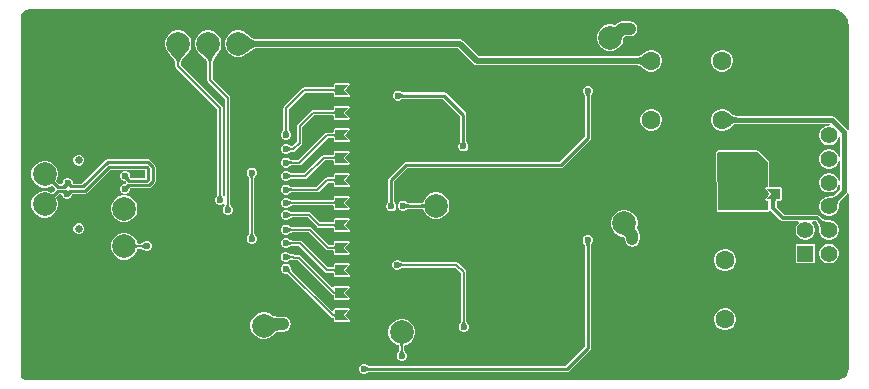
<source format=gbr>
%TF.GenerationSoftware,Altium Limited,Altium Designer,24.10.1 (45)*%
G04 Layer_Physical_Order=2*
G04 Layer_Color=16711680*
%FSLAX45Y45*%
%MOMM*%
%TF.SameCoordinates,F50C4461-6059-43A5-BEE7-B7ABC5EDFC2B*%
%TF.FilePolarity,Positive*%
%TF.FileFunction,Copper,L2,Bot,Signal*%
%TF.Part,Single*%
G01*
G75*
%TA.AperFunction,Conductor*%
%ADD28C,0.23665*%
%ADD29C,0.20000*%
%ADD30C,0.50000*%
%ADD31C,0.25400*%
%ADD32C,1.00000*%
%TA.AperFunction,ComponentPad*%
%ADD33R,1.40000X1.40000*%
%ADD34C,1.40000*%
%ADD35C,2.00000*%
%ADD36R,2.00000X2.00000*%
%ADD37C,5.00000*%
%ADD38C,1.60000*%
%ADD39C,0.64999*%
%ADD40O,1.90000X1.00000*%
%ADD41O,2.10000X1.00000*%
%TA.AperFunction,ViaPad*%
%ADD42C,0.60000*%
%TA.AperFunction,SMDPad,CuDef*%
%AMCUSTOMSHAPE43*
4,1,5,-0.55245,-0.45720,0.55245,-0.45720,0.55245,0.45720,-0.55245,0.45720,-0.13335,0.00000,-0.55245,-0.45720,0.0*%
%ADD43CUSTOMSHAPE43*%

%AMCUSTOMSHAPE44*
4,1,5,0.15875,0.45720,-0.57785,0.45720,-0.57785,-0.45720,0.15875,-0.45720,0.57785,0.00000,0.15875,0.45720,0.0*%
%ADD44CUSTOMSHAPE44*%

%ADD45C,2.00000*%
%AMCUSTOMSHAPE46*
4,1,5,0.55245,0.45720,-0.55245,0.45720,-0.55245,-0.45720,0.55245,-0.45720,0.13335,0.00000,0.55245,0.45720,0.0*%
%ADD46CUSTOMSHAPE46*%

%AMCUSTOMSHAPE47*
4,1,5,-0.15875,-0.45720,0.57785,-0.45720,0.57785,0.45720,-0.15875,0.45720,-0.57785,0.00000,-0.15875,-0.45720,0.0*%
%ADD47CUSTOMSHAPE47*%

%TA.AperFunction,Conductor*%
%ADD48C,0.32000*%
%ADD49C,0.40000*%
G36*
X6913459Y3161016D02*
X6942363Y3152248D01*
X6969001Y3138010D01*
X6992349Y3118849D01*
X7011510Y3095501D01*
X7025748Y3068863D01*
X7033476Y3043388D01*
X7035338Y3031605D01*
D01*
X7035710Y3020241D01*
Y2143384D01*
X7023710Y2139743D01*
X7019550Y2145970D01*
X6915559Y2249960D01*
X6904796Y2257152D01*
X6892099Y2259678D01*
X6091166D01*
X6090382Y2260054D01*
X6084472Y2260374D01*
X6079186Y2261230D01*
X6073754Y2262685D01*
X6068149Y2264772D01*
X6062365Y2267524D01*
X6056402Y2270968D01*
X6050440Y2275012D01*
X6037422Y2285774D01*
X6030780Y2292232D01*
X6028387Y2293184D01*
X6021020Y2300551D01*
X5999918Y2312734D01*
X5976383Y2319040D01*
X5952016D01*
X5928480Y2312734D01*
X5907379Y2300551D01*
X5890149Y2283321D01*
X5877966Y2262220D01*
X5871660Y2238684D01*
Y2214317D01*
X5877966Y2190781D01*
X5890149Y2169680D01*
X5907379Y2152450D01*
X5928480Y2140267D01*
X5952016Y2133961D01*
X5976383D01*
X5999918Y2140267D01*
X6021020Y2152450D01*
X6028387Y2159817D01*
X6030780Y2160769D01*
X6037560Y2167361D01*
X6043988Y2172989D01*
X6050270Y2177873D01*
X6056403Y2182033D01*
X6062363Y2185476D01*
X6068149Y2188229D01*
X6073752Y2190316D01*
X6079186Y2191772D01*
X6084472Y2192627D01*
X6090382Y2192947D01*
X6091166Y2193323D01*
X6874841D01*
X6879114Y2187854D01*
X6873119Y2176036D01*
X6858233D01*
X6837241Y2170411D01*
X6818419Y2159545D01*
X6803051Y2144177D01*
X6792185Y2125356D01*
X6786560Y2104363D01*
Y2082630D01*
X6792185Y2061637D01*
X6803051Y2042816D01*
X6818419Y2027448D01*
X6837241Y2016582D01*
X6858233Y2010957D01*
X6879966D01*
X6900959Y2016582D01*
X6919780Y2027448D01*
X6935148Y2042816D01*
X6946015Y2061637D01*
X6950912Y2079915D01*
X6962912Y2078335D01*
Y1908658D01*
X6950912Y1907078D01*
X6946015Y1925356D01*
X6935148Y1944177D01*
X6919780Y1959545D01*
X6900959Y1970412D01*
X6879966Y1976037D01*
X6858233D01*
X6837241Y1970412D01*
X6818419Y1959545D01*
X6803051Y1944177D01*
X6792185Y1925356D01*
X6786560Y1904363D01*
Y1882630D01*
X6792185Y1861638D01*
X6803051Y1842816D01*
X6818419Y1827448D01*
X6837241Y1816582D01*
X6858233Y1810957D01*
X6879966D01*
X6900959Y1816582D01*
X6919780Y1827448D01*
X6935148Y1842816D01*
X6946015Y1861638D01*
X6950912Y1879915D01*
X6962912Y1878335D01*
Y1708659D01*
X6950912Y1707079D01*
X6946015Y1725356D01*
X6935148Y1744178D01*
X6919780Y1759546D01*
X6900959Y1770412D01*
X6879966Y1776037D01*
X6858233D01*
X6837241Y1770412D01*
X6818419Y1759546D01*
X6803051Y1744178D01*
X6792185Y1725356D01*
X6786560Y1704364D01*
Y1682631D01*
X6792185Y1661638D01*
X6803051Y1642817D01*
X6818419Y1627449D01*
X6837241Y1616582D01*
X6858233Y1610957D01*
X6879966D01*
X6900959Y1616582D01*
X6919780Y1627449D01*
X6935148Y1642817D01*
X6946015Y1661638D01*
X6950912Y1679916D01*
X6962912Y1678336D01*
Y1634230D01*
X6923799Y1595116D01*
X6922958Y1594814D01*
X6918910Y1591133D01*
X6915031Y1588227D01*
X6910820Y1585650D01*
X6906245Y1583396D01*
X6901278Y1581464D01*
X6895888Y1579862D01*
X6890070Y1578608D01*
X6883803Y1577715D01*
X6877093Y1577198D01*
X6869561Y1577065D01*
X6867198Y1576037D01*
X6858233D01*
X6837241Y1570412D01*
X6818419Y1559546D01*
X6803051Y1544178D01*
X6792185Y1525357D01*
X6786560Y1504364D01*
Y1482631D01*
X6792185Y1461638D01*
X6803051Y1442817D01*
X6818419Y1427449D01*
X6837241Y1416583D01*
X6858233Y1410958D01*
X6879966D01*
X6900959Y1416583D01*
X6919780Y1427449D01*
X6935148Y1442817D01*
X6946015Y1461638D01*
X6951640Y1482631D01*
Y1491596D01*
X6952667Y1493959D01*
X6952800Y1501491D01*
X6953317Y1508201D01*
X6954210Y1514468D01*
X6955464Y1520286D01*
X6957066Y1525675D01*
X6958997Y1530641D01*
X6961252Y1535217D01*
X6963830Y1539431D01*
X6966734Y1543307D01*
X6970416Y1547356D01*
X6970719Y1548197D01*
X7019550Y1597028D01*
X7023710Y1603254D01*
X7035710Y1599614D01*
X7035710Y135469D01*
X7035108Y124102D01*
X7035108Y124100D01*
X7036130Y112261D01*
X7033349Y91135D01*
X7024408Y69550D01*
X7010185Y51014D01*
X6991649Y36791D01*
X6970064Y27851D01*
X6956701Y26091D01*
X6956701Y26092D01*
Y26091D01*
X6956162Y25490D01*
X75475Y25489D01*
X63474Y25549D01*
X63474Y25549D01*
X63436Y25541D01*
X48935Y28426D01*
X36641Y36641D01*
X28426Y48935D01*
X25541Y63436D01*
X25549Y63474D01*
X25489Y63500D01*
Y3096520D01*
X26069Y3097062D01*
X26069D01*
X26069Y3097062D01*
X27839Y3110512D01*
X34811Y3127344D01*
X45902Y3141798D01*
X60355Y3152889D01*
X77187Y3159861D01*
X95250Y3162239D01*
X99862Y3161631D01*
X99862Y3161631D01*
X103236Y3162210D01*
X6850345D01*
X6861691Y3161839D01*
X6861694Y3161838D01*
X6861695Y3161839D01*
X6883400Y3163977D01*
X6913459Y3161016D01*
D02*
G37*
G36*
X6028353Y2275660D02*
X6042288Y2264141D01*
X6049188Y2259461D01*
X6056044Y2255500D01*
X6062854Y2252260D01*
X6069619Y2249740D01*
X6076340Y2247940D01*
X6083016Y2246860D01*
X6089646Y2246500D01*
Y2206501D01*
X6083016Y2206141D01*
X6076340Y2205061D01*
X6069619Y2203261D01*
X6062854Y2200741D01*
X6056044Y2197501D01*
X6049188Y2193540D01*
X6042288Y2188860D01*
X6035343Y2183461D01*
X6028353Y2177341D01*
X6021318Y2170501D01*
Y2282500D01*
X6028353Y2275660D01*
D02*
G37*
G36*
X6960374Y1556488D02*
X6956258Y1551962D01*
X6952584Y1547057D01*
X6949352Y1541774D01*
X6946561Y1536113D01*
X6944213Y1530073D01*
X6942306Y1523655D01*
X6940841Y1516858D01*
X6939817Y1509683D01*
X6939236Y1502130D01*
X6939096Y1494198D01*
X6869800Y1563494D01*
X6877732Y1563634D01*
X6885285Y1564215D01*
X6892460Y1565238D01*
X6899257Y1566703D01*
X6905676Y1568611D01*
X6911715Y1570959D01*
X6917377Y1573750D01*
X6922660Y1576982D01*
X6927564Y1580656D01*
X6932090Y1584772D01*
X6960374Y1556488D01*
D02*
G37*
%LPC*%
G36*
X5181600Y3060965D02*
X5119760D01*
X5095358Y3056111D01*
X5074671Y3042289D01*
X5058609Y3026227D01*
X5031316Y3033540D01*
X5001684D01*
X4973061Y3025871D01*
X4947399Y3011054D01*
X4926446Y2990101D01*
X4911629Y2964439D01*
X4903960Y2935816D01*
Y2906184D01*
X4911629Y2877561D01*
X4926446Y2851899D01*
X4947399Y2830946D01*
X4973061Y2816129D01*
X5001684Y2808460D01*
X5031316D01*
X5059939Y2816129D01*
X5085601Y2830946D01*
X5106554Y2851899D01*
X5121371Y2877561D01*
X5129040Y2906184D01*
Y2916303D01*
X5146172Y2933435D01*
X5181600D01*
X5206002Y2938289D01*
X5226689Y2952111D01*
X5240511Y2972798D01*
X5245365Y2997200D01*
X5240511Y3021602D01*
X5226689Y3042289D01*
X5206002Y3056111D01*
X5181600Y3060965D01*
D02*
G37*
G36*
X5976383Y2819039D02*
X5952016D01*
X5928480Y2812733D01*
X5907379Y2800550D01*
X5890149Y2783320D01*
X5877966Y2762219D01*
X5871660Y2738683D01*
Y2714316D01*
X5877966Y2690780D01*
X5890149Y2669679D01*
X5907379Y2652449D01*
X5928480Y2640266D01*
X5952016Y2633960D01*
X5976383D01*
X5999918Y2640266D01*
X6021020Y2652449D01*
X6038250Y2669679D01*
X6050433Y2690780D01*
X6056739Y2714316D01*
Y2738683D01*
X6050433Y2762219D01*
X6038250Y2783320D01*
X6021020Y2800550D01*
X5999918Y2812733D01*
X5976383Y2819039D01*
D02*
G37*
G36*
X1881716Y2982740D02*
X1852084D01*
X1823461Y2975071D01*
X1797799Y2960254D01*
X1776846Y2939301D01*
X1762029Y2913639D01*
X1754360Y2885016D01*
Y2855384D01*
X1762029Y2826761D01*
X1776846Y2801099D01*
X1797799Y2780146D01*
X1823461Y2765329D01*
X1852084Y2757660D01*
X1881716D01*
X1910339Y2765329D01*
X1936001Y2780146D01*
X1945364Y2789509D01*
X1947776Y2790468D01*
X1956317Y2798773D01*
X1964488Y2805927D01*
X1972511Y2812164D01*
X1980367Y2817492D01*
X1988040Y2821925D01*
X1995529Y2825488D01*
X2002825Y2828205D01*
X2009940Y2830111D01*
X2016893Y2831236D01*
X2024461Y2831647D01*
X2025040Y2831925D01*
X3730646D01*
X3863136Y2699435D01*
X3875553Y2691138D01*
X3890200Y2688224D01*
X5239000D01*
X5239614Y2687939D01*
X5246256Y2687654D01*
X5252188Y2686878D01*
X5258012Y2685587D01*
X5263754Y2683773D01*
X5269439Y2681422D01*
X5275083Y2678517D01*
X5280695Y2675040D01*
X5286280Y2670971D01*
X5291839Y2666291D01*
X5297659Y2660706D01*
X5300060Y2659769D01*
X5307380Y2652449D01*
X5328482Y2640266D01*
X5352017Y2633960D01*
X5376384D01*
X5399920Y2640266D01*
X5421021Y2652449D01*
X5438251Y2669679D01*
X5450434Y2690780D01*
X5456740Y2714316D01*
Y2738683D01*
X5450434Y2762219D01*
X5438251Y2783320D01*
X5421021Y2800550D01*
X5399920Y2812733D01*
X5376384Y2819039D01*
X5352017D01*
X5328482Y2812733D01*
X5307380Y2800550D01*
X5300060Y2793230D01*
X5297659Y2792293D01*
X5291839Y2786708D01*
X5286280Y2782028D01*
X5280695Y2777959D01*
X5275084Y2774482D01*
X5269440Y2771577D01*
X5263754Y2769226D01*
X5258012Y2767412D01*
X5252189Y2766121D01*
X5246256Y2765345D01*
X5239614Y2765060D01*
X5239000Y2764775D01*
X3906055D01*
X3773565Y2897265D01*
X3761147Y2905562D01*
X3746500Y2908475D01*
X2025040D01*
X2024461Y2908753D01*
X2016893Y2909164D01*
X2009940Y2910289D01*
X2002825Y2912195D01*
X1995528Y2914912D01*
X1988041Y2918474D01*
X1980367Y2922908D01*
X1972678Y2928122D01*
X1956177Y2941763D01*
X1947776Y2949932D01*
X1945364Y2950891D01*
X1936001Y2960254D01*
X1910339Y2975071D01*
X1881716Y2982740D01*
D02*
G37*
G36*
X2798514Y2536033D02*
X2688024D01*
X2678426Y2532058D01*
X2674451Y2522460D01*
Y2500696D01*
X2673972Y2500617D01*
X2671449Y2500398D01*
X2668002Y2500309D01*
X2666683Y2499722D01*
X2425940D01*
X2417145Y2497972D01*
X2409690Y2492990D01*
X2255861Y2339162D01*
X2250879Y2331706D01*
X2249130Y2322911D01*
Y2145661D01*
X2248549Y2144402D01*
X2248461Y2142172D01*
X2248266Y2140568D01*
X2247948Y2139037D01*
X2247508Y2137560D01*
X2246937Y2136107D01*
X2246223Y2134659D01*
X2245350Y2133202D01*
X2244300Y2131724D01*
X2243058Y2130227D01*
X2241293Y2128378D01*
X2240374Y2126006D01*
X2236048Y2121679D01*
X2229571Y2106044D01*
Y2089120D01*
X2236048Y2073485D01*
X2248014Y2061518D01*
X2263650Y2055042D01*
X2280573D01*
X2296208Y2061518D01*
X2308175Y2073485D01*
X2314651Y2089120D01*
Y2106044D01*
X2308175Y2121679D01*
X2303848Y2126006D01*
X2302930Y2128378D01*
X2301168Y2130224D01*
X2299923Y2131724D01*
X2298872Y2133203D01*
X2298000Y2134658D01*
X2297285Y2136108D01*
X2296714Y2137561D01*
X2296275Y2139037D01*
X2295957Y2140569D01*
X2295762Y2142172D01*
X2295674Y2144402D01*
X2295093Y2145661D01*
Y2313392D01*
X2435459Y2453758D01*
X2666683D01*
X2668002Y2453171D01*
X2671449Y2453082D01*
X2673972Y2452863D01*
X2674451Y2452784D01*
Y2431020D01*
X2678426Y2421422D01*
X2688024Y2417447D01*
X2798514D01*
X2803062Y2419330D01*
X2807686Y2421014D01*
X2807820Y2421301D01*
X2808112Y2421422D01*
X2809996Y2425970D01*
X2812075Y2430430D01*
X2811967Y2430727D01*
X2812088Y2431020D01*
X2810204Y2435568D01*
X2808520Y2440192D01*
X2775017Y2476740D01*
X2808520Y2513288D01*
X2810204Y2517913D01*
X2811471Y2520971D01*
X2812088Y2522460D01*
X2811967Y2522753D01*
X2812075Y2523050D01*
X2809997Y2527507D01*
X2808112Y2532058D01*
X2807820Y2532179D01*
X2807686Y2532466D01*
X2806755Y2532805D01*
X2806754Y2532805D01*
X2806173Y2533017D01*
X2803062Y2534150D01*
X2798514Y2536033D01*
D02*
G37*
G36*
Y2345533D02*
X2688024D01*
X2678426Y2341558D01*
X2674451Y2331960D01*
Y2310196D01*
X2673972Y2310117D01*
X2671449Y2309898D01*
X2668002Y2309809D01*
X2666683Y2309222D01*
X2502140D01*
X2493345Y2307472D01*
X2485890Y2302491D01*
X2371350Y2187950D01*
X2366368Y2180495D01*
X2364618Y2171700D01*
Y2041519D01*
X2324185Y2001086D01*
X2320191D01*
X2318932Y2001667D01*
X2316701Y2001755D01*
X2315098Y2001950D01*
X2313567Y2002268D01*
X2312090Y2002707D01*
X2310637Y2003278D01*
X2309189Y2003993D01*
X2307731Y2004866D01*
X2306254Y2005916D01*
X2304756Y2007158D01*
X2302907Y2008923D01*
X2300535Y2009841D01*
X2296208Y2014168D01*
X2280573Y2020644D01*
X2263650D01*
X2248014Y2014168D01*
X2236048Y2002201D01*
X2229571Y1986566D01*
Y1969642D01*
X2236048Y1954007D01*
X2248014Y1942041D01*
X2263650Y1935564D01*
X2280573D01*
X2296208Y1942041D01*
X2300535Y1946367D01*
X2302907Y1947286D01*
X2304753Y1949048D01*
X2306254Y1950293D01*
X2307733Y1951344D01*
X2309188Y1952215D01*
X2310637Y1952930D01*
X2312090Y1953501D01*
X2313566Y1953941D01*
X2315098Y1954259D01*
X2316701Y1954454D01*
X2318932Y1954542D01*
X2320191Y1955123D01*
X2333704D01*
X2342499Y1956872D01*
X2349955Y1961854D01*
X2403850Y2015750D01*
X2408832Y2023205D01*
X2410582Y2032000D01*
Y2162181D01*
X2511659Y2263258D01*
X2666683D01*
X2668002Y2262671D01*
X2671449Y2262582D01*
X2673972Y2262363D01*
X2674451Y2262284D01*
Y2240520D01*
X2678426Y2230922D01*
X2688024Y2226947D01*
X2798514D01*
X2803062Y2228830D01*
X2807686Y2230514D01*
X2807820Y2230801D01*
X2808112Y2230922D01*
X2809996Y2235470D01*
X2812075Y2239930D01*
X2811967Y2240227D01*
X2812088Y2240520D01*
X2810204Y2245068D01*
X2808520Y2249692D01*
X2775017Y2286240D01*
X2808520Y2322788D01*
X2810204Y2327413D01*
X2811471Y2330471D01*
X2812088Y2331960D01*
X2811967Y2332253D01*
X2812075Y2332550D01*
X2809997Y2337007D01*
X2808112Y2341558D01*
X2807820Y2341679D01*
X2807686Y2341966D01*
X2806755Y2342305D01*
X2806754Y2342305D01*
X2806173Y2342517D01*
X2803062Y2343650D01*
X2798514Y2345533D01*
D02*
G37*
G36*
X5376384Y2319040D02*
X5352017D01*
X5328482Y2312734D01*
X5307380Y2300551D01*
X5290150Y2283321D01*
X5277967Y2262220D01*
X5271661Y2238684D01*
Y2214317D01*
X5277967Y2190781D01*
X5290150Y2169680D01*
X5307380Y2152450D01*
X5328482Y2140267D01*
X5352017Y2133961D01*
X5376384D01*
X5399920Y2140267D01*
X5421021Y2152450D01*
X5438251Y2169680D01*
X5450434Y2190781D01*
X5456740Y2214317D01*
Y2238684D01*
X5450434Y2262220D01*
X5438251Y2283321D01*
X5421021Y2300551D01*
X5399920Y2312734D01*
X5376384Y2319040D01*
D02*
G37*
G36*
X2798514Y2155033D02*
X2688024D01*
X2678426Y2151058D01*
X2674451Y2141460D01*
Y2119456D01*
X2673972Y2119377D01*
X2671449Y2119158D01*
X2668002Y2119069D01*
X2666683Y2118482D01*
X2616200D01*
X2607405Y2116732D01*
X2599950Y2111751D01*
X2374985Y1886786D01*
X2320191D01*
X2318932Y1887367D01*
X2316701Y1887455D01*
X2315098Y1887650D01*
X2313567Y1887968D01*
X2312090Y1888407D01*
X2310637Y1888978D01*
X2309189Y1889693D01*
X2307731Y1890566D01*
X2306254Y1891616D01*
X2304756Y1892858D01*
X2302907Y1894623D01*
X2300535Y1895541D01*
X2296208Y1899868D01*
X2280573Y1906344D01*
X2263650D01*
X2248014Y1899868D01*
X2236048Y1887901D01*
X2229571Y1872266D01*
Y1855342D01*
X2236048Y1839707D01*
X2248014Y1827741D01*
X2263650Y1821264D01*
X2280573D01*
X2296208Y1827741D01*
X2300535Y1832067D01*
X2302907Y1832986D01*
X2304753Y1834748D01*
X2306254Y1835993D01*
X2307733Y1837044D01*
X2309188Y1837915D01*
X2310637Y1838630D01*
X2312090Y1839201D01*
X2313566Y1839641D01*
X2315098Y1839959D01*
X2316701Y1840154D01*
X2318932Y1840242D01*
X2320191Y1840823D01*
X2384504D01*
X2393299Y1842572D01*
X2400755Y1847554D01*
X2625719Y2072518D01*
X2666683D01*
X2668002Y2071931D01*
X2671449Y2071842D01*
X2673972Y2071623D01*
X2674451Y2071544D01*
Y2050020D01*
X2678426Y2040422D01*
X2688024Y2036447D01*
X2798514D01*
X2803062Y2038330D01*
X2807686Y2040014D01*
X2807820Y2040301D01*
X2808112Y2040422D01*
X2809996Y2044970D01*
X2812075Y2049430D01*
X2811967Y2049727D01*
X2812088Y2050020D01*
X2810204Y2054568D01*
X2808520Y2059192D01*
X2775017Y2095740D01*
X2808520Y2132288D01*
X2810204Y2136913D01*
X2811471Y2139971D01*
X2812088Y2141460D01*
X2811967Y2141753D01*
X2812075Y2142050D01*
X2809997Y2146507D01*
X2808112Y2151058D01*
X2807820Y2151179D01*
X2807686Y2151466D01*
X2806755Y2151805D01*
X2806754Y2151805D01*
X2806173Y2152017D01*
X2803062Y2153150D01*
X2798514Y2155033D01*
D02*
G37*
G36*
X6261100Y1969373D02*
X5936513D01*
X5936472Y1969356D01*
X5936432Y1969373D01*
X5931680Y1967371D01*
X5926915Y1965398D01*
X5926898Y1965358D01*
X5926858Y1965341D01*
X5915319Y1953664D01*
X5915301Y1953620D01*
X5915259Y1953602D01*
X5913352Y1948835D01*
X5911400Y1944043D01*
X5911418Y1944000D01*
X5911401Y1943957D01*
X5917328Y1460334D01*
X5919344Y1455631D01*
X5921302Y1450902D01*
X5921385Y1450868D01*
X5921421Y1450786D01*
X5926169Y1448886D01*
X5930900Y1446927D01*
X6350000D01*
X6359598Y1450902D01*
X6362096Y1456934D01*
X6373157Y1459397D01*
X6375027Y1459181D01*
X6377767Y1455081D01*
X6458354Y1374494D01*
X6467795Y1368186D01*
X6478930Y1365971D01*
X6607873D01*
X6612844Y1353971D01*
X6603052Y1344179D01*
X6592185Y1325357D01*
X6586560Y1304365D01*
Y1282631D01*
X6592185Y1261639D01*
X6603052Y1242817D01*
X6618420Y1227450D01*
X6637241Y1216583D01*
X6658234Y1210958D01*
X6679967D01*
X6700959Y1216583D01*
X6719781Y1227450D01*
X6735149Y1242817D01*
X6746015Y1261639D01*
X6751640Y1282631D01*
Y1304365D01*
X6746015Y1325357D01*
X6735149Y1344179D01*
X6725357Y1353971D01*
X6730327Y1365971D01*
X6755475D01*
X6769417Y1352029D01*
X6769755Y1351053D01*
X6772976Y1347429D01*
X6775450Y1343915D01*
X6777708Y1339856D01*
X6779733Y1335211D01*
X6781497Y1329952D01*
X6782973Y1324069D01*
X6784100Y1317749D01*
X6785428Y1302503D01*
X6785531Y1294033D01*
X6786560Y1291633D01*
Y1282631D01*
X6792185Y1261639D01*
X6803051Y1242817D01*
X6818419Y1227450D01*
X6837241Y1216583D01*
X6858233Y1210958D01*
X6879966D01*
X6900959Y1216583D01*
X6919780Y1227450D01*
X6935148Y1242817D01*
X6946015Y1261639D01*
X6951640Y1282631D01*
Y1304365D01*
X6946015Y1325357D01*
X6935148Y1344179D01*
X6919780Y1359546D01*
X6900959Y1370413D01*
X6879966Y1376038D01*
X6870965D01*
X6868565Y1377067D01*
X6859915Y1377171D01*
X6852169Y1377641D01*
X6845036Y1378464D01*
X6838529Y1379625D01*
X6832646Y1381100D01*
X6827386Y1382865D01*
X6822743Y1384890D01*
X6818683Y1387148D01*
X6815168Y1389623D01*
X6811545Y1392843D01*
X6810569Y1393181D01*
X6788104Y1415646D01*
X6778664Y1421953D01*
X6767528Y1424169D01*
X6710028D01*
X6709466Y1424057D01*
X6628734D01*
X6628172Y1424169D01*
X6490983D01*
X6427442Y1487710D01*
Y1522793D01*
X6427912Y1523848D01*
X6428061Y1529512D01*
X6428458Y1534010D01*
X6429062Y1537638D01*
X6429788Y1540334D01*
X6430493Y1542057D01*
X6430643Y1542301D01*
X6453588D01*
X6463186Y1546277D01*
X6467161Y1555875D01*
Y1647315D01*
X6463186Y1656912D01*
X6453588Y1660888D01*
X6363573D01*
Y1866900D01*
X6359598Y1876498D01*
X6270698Y1965398D01*
X6261100Y1969373D01*
D02*
G37*
G36*
X3227315Y2474223D02*
X3210392D01*
X3194757Y2467747D01*
X3182790Y2455780D01*
X3176314Y2440145D01*
Y2423221D01*
X3182790Y2407586D01*
X3194757Y2395620D01*
X3210392Y2389143D01*
X3227315D01*
X3242951Y2395620D01*
X3247209Y2399878D01*
X3249503Y2400727D01*
X3250726Y2401860D01*
X3251546Y2402485D01*
X3252475Y2403063D01*
X3253541Y2403598D01*
X3254776Y2404088D01*
X3256197Y2404521D01*
X3257828Y2404885D01*
X3259682Y2405165D01*
X3261750Y2405343D01*
X3264402Y2405415D01*
X3265597Y2405949D01*
X3602124D01*
X3747676Y2260396D01*
Y2048016D01*
X3747143Y2046821D01*
X3747070Y2044168D01*
X3746893Y2042097D01*
X3746613Y2040247D01*
X3746249Y2038619D01*
X3745815Y2037193D01*
X3745326Y2035961D01*
X3744790Y2034893D01*
X3744212Y2033964D01*
X3743589Y2033146D01*
X3742455Y2031922D01*
X3741605Y2029627D01*
X3737347Y2025369D01*
X3730871Y2009734D01*
Y1992810D01*
X3737347Y1977175D01*
X3749314Y1965208D01*
X3764949Y1958732D01*
X3781873D01*
X3797508Y1965208D01*
X3809474Y1977175D01*
X3815951Y1992810D01*
Y2009734D01*
X3809474Y2025369D01*
X3805216Y2029627D01*
X3804367Y2031922D01*
X3803234Y2033145D01*
X3802609Y2033964D01*
X3802032Y2034893D01*
X3801496Y2035960D01*
X3801006Y2037194D01*
X3800573Y2038616D01*
X3800209Y2040247D01*
X3799929Y2042100D01*
X3799751Y2044168D01*
X3799679Y2046821D01*
X3799145Y2048016D01*
Y2271056D01*
X3797186Y2280904D01*
X3791608Y2289253D01*
X3630980Y2449880D01*
X3622632Y2455459D01*
X3612783Y2457418D01*
X3265597D01*
X3264402Y2457951D01*
X3261750Y2458024D01*
X3259679Y2458201D01*
X3257829Y2458481D01*
X3256200Y2458845D01*
X3254775Y2459279D01*
X3253542Y2459769D01*
X3252474Y2460304D01*
X3251545Y2460882D01*
X3250727Y2461505D01*
X3249503Y2462639D01*
X3247208Y2463489D01*
X3242951Y2467747D01*
X3227315Y2474223D01*
D02*
G37*
G36*
X2798514Y1964533D02*
X2688024D01*
X2678426Y1960558D01*
X2674451Y1950960D01*
Y1929196D01*
X2673972Y1929117D01*
X2671449Y1928898D01*
X2668002Y1928809D01*
X2666683Y1928222D01*
X2591040D01*
X2582245Y1926472D01*
X2574790Y1921490D01*
X2425785Y1772486D01*
X2320191D01*
X2318932Y1773067D01*
X2316701Y1773155D01*
X2315098Y1773350D01*
X2313567Y1773668D01*
X2312090Y1774107D01*
X2310637Y1774678D01*
X2309189Y1775393D01*
X2307731Y1776266D01*
X2306254Y1777316D01*
X2304756Y1778558D01*
X2302907Y1780323D01*
X2300535Y1781241D01*
X2296208Y1785568D01*
X2280573Y1792044D01*
X2263650D01*
X2248014Y1785568D01*
X2236048Y1773601D01*
X2229571Y1757966D01*
Y1741042D01*
X2236048Y1725407D01*
X2248014Y1713441D01*
X2263650Y1706964D01*
X2280573D01*
X2296208Y1713441D01*
X2300535Y1717767D01*
X2302907Y1718686D01*
X2304753Y1720448D01*
X2306254Y1721693D01*
X2307733Y1722744D01*
X2309188Y1723615D01*
X2310637Y1724330D01*
X2312090Y1724901D01*
X2313566Y1725341D01*
X2315098Y1725659D01*
X2316701Y1725854D01*
X2318932Y1725942D01*
X2320191Y1726523D01*
X2435304D01*
X2444099Y1728272D01*
X2451555Y1733254D01*
X2600559Y1882258D01*
X2666683D01*
X2668002Y1881671D01*
X2671449Y1881582D01*
X2673972Y1881363D01*
X2674451Y1881284D01*
Y1859520D01*
X2678426Y1849922D01*
X2688024Y1845947D01*
X2798514D01*
X2803062Y1847830D01*
X2807686Y1849514D01*
X2807820Y1849801D01*
X2808112Y1849922D01*
X2809996Y1854470D01*
X2812075Y1858930D01*
X2811967Y1859227D01*
X2812088Y1859520D01*
X2810204Y1864068D01*
X2808520Y1868692D01*
X2775017Y1905240D01*
X2808520Y1941788D01*
X2810204Y1946413D01*
X2811471Y1949471D01*
X2812088Y1950960D01*
X2811967Y1951253D01*
X2812075Y1951550D01*
X2809997Y1956007D01*
X2808112Y1960558D01*
X2807820Y1960679D01*
X2807686Y1960966D01*
X2806755Y1961305D01*
X2806754Y1961305D01*
X2806173Y1961517D01*
X2803062Y1962650D01*
X2798514Y1964533D01*
D02*
G37*
G36*
X524528Y1927528D02*
X506610D01*
X490056Y1920671D01*
X477387Y1908001D01*
X470530Y1891447D01*
Y1873530D01*
X477387Y1856976D01*
X490056Y1844306D01*
X506610Y1837449D01*
X524528D01*
X541082Y1844306D01*
X553752Y1856976D01*
X560608Y1873530D01*
Y1891447D01*
X553752Y1908001D01*
X541082Y1920671D01*
X524528Y1927528D01*
D02*
G37*
G36*
X1106438Y1890840D02*
X760462D01*
X750952Y1888948D01*
X742890Y1883561D01*
X546144Y1686815D01*
X466704D01*
X466325Y1687264D01*
X465551Y1688321D01*
X465035Y1689123D01*
X464956Y1689270D01*
X464953Y1689282D01*
X464939Y1689301D01*
X464857Y1689456D01*
X464605Y1690080D01*
X464459Y1690229D01*
Y1699067D01*
X457983Y1714703D01*
X446016Y1726669D01*
X430381Y1733146D01*
X413457D01*
X397822Y1726669D01*
X385855Y1714703D01*
X379379Y1699067D01*
Y1693010D01*
X378354Y1690747D01*
X378291Y1688788D01*
X378132Y1687461D01*
X377860Y1686167D01*
X377467Y1684871D01*
X376945Y1683566D01*
X376272Y1682220D01*
X375736Y1681333D01*
X347711D01*
X334251Y1694792D01*
X333768Y1696055D01*
X331043Y1698931D01*
X329070Y1701289D01*
X327612Y1703324D01*
X326642Y1704977D01*
X326110Y1706171D01*
X325936Y1706765D01*
X326242Y1707395D01*
X326372Y1709567D01*
X333471Y1721861D01*
X341140Y1750484D01*
Y1780116D01*
X333471Y1808739D01*
X318654Y1834401D01*
X297701Y1855354D01*
X272039Y1870171D01*
X243416Y1877840D01*
X213784D01*
X185161Y1870171D01*
X159499Y1855354D01*
X138546Y1834401D01*
X123729Y1808739D01*
X116060Y1780116D01*
Y1750484D01*
X123729Y1721861D01*
X138546Y1696199D01*
X159499Y1675246D01*
X185161Y1660429D01*
X213784Y1652760D01*
X243416D01*
X272039Y1660429D01*
X284333Y1667528D01*
X286505Y1667658D01*
X287135Y1667964D01*
X287730Y1667790D01*
X288924Y1667257D01*
X290576Y1666288D01*
X292611Y1664829D01*
X294967Y1662859D01*
X297845Y1660132D01*
X299108Y1659649D01*
X312224Y1646532D01*
Y1630068D01*
X299108Y1616951D01*
X297845Y1616468D01*
X294969Y1613743D01*
X292611Y1611770D01*
X290576Y1610312D01*
X288923Y1609342D01*
X287729Y1608810D01*
X287135Y1608636D01*
X286505Y1608942D01*
X284333Y1609072D01*
X272039Y1616171D01*
X243416Y1623840D01*
X213784D01*
X185161Y1616171D01*
X159499Y1601354D01*
X138546Y1580401D01*
X123729Y1554739D01*
X116060Y1526116D01*
Y1496484D01*
X123729Y1467861D01*
X138546Y1442199D01*
X159499Y1421246D01*
X185161Y1406429D01*
X213784Y1398760D01*
X243416D01*
X272039Y1406429D01*
X297701Y1421246D01*
X318654Y1442199D01*
X333471Y1467861D01*
X341140Y1496484D01*
Y1526116D01*
X333471Y1554739D01*
X326372Y1567033D01*
X326242Y1569205D01*
X325936Y1569835D01*
X326110Y1570430D01*
X326643Y1571624D01*
X327612Y1573276D01*
X329071Y1575311D01*
X331041Y1577667D01*
X333768Y1580545D01*
X334251Y1581808D01*
X347711Y1595267D01*
X368538D01*
X368638Y1595190D01*
X376560Y1591738D01*
X383036Y1576103D01*
X395003Y1564136D01*
X410638Y1557660D01*
X427562D01*
X443197Y1564136D01*
X455164Y1576103D01*
X461640Y1591738D01*
Y1599819D01*
X462528Y1600750D01*
X571500D01*
X581010Y1602641D01*
X589072Y1608028D01*
X785818Y1804774D01*
X1081082D01*
X1081785Y1804072D01*
Y1735488D01*
X962819D01*
X954445Y1745139D01*
X953643Y1747519D01*
Y1757978D01*
X947167Y1773613D01*
X935200Y1785580D01*
X919565Y1792056D01*
X902641D01*
X887006Y1785580D01*
X875039Y1773613D01*
X868563Y1757978D01*
Y1741055D01*
X875039Y1725419D01*
X887006Y1713453D01*
X902641Y1706977D01*
X905101D01*
X906439Y1706200D01*
X908460Y1705930D01*
X909935Y1705617D01*
X911395Y1705190D01*
X912850Y1704644D01*
X914316Y1703966D01*
X914498Y1703865D01*
X916349Y1696263D01*
X916711Y1691714D01*
X916663Y1690877D01*
X913356Y1686888D01*
X910894Y1684510D01*
X908798Y1683571D01*
X900514D01*
X884879Y1677095D01*
X872912Y1665128D01*
X866436Y1649493D01*
Y1632569D01*
X872912Y1616934D01*
X884879Y1604967D01*
X900514Y1598491D01*
X917438D01*
X933073Y1604967D01*
X945040Y1616934D01*
X951516Y1632569D01*
Y1643439D01*
X952274Y1645429D01*
X963251Y1649423D01*
X1107835D01*
X1117344Y1651314D01*
X1125406Y1656701D01*
X1160572Y1691867D01*
X1165959Y1699929D01*
X1167850Y1709438D01*
Y1829428D01*
X1165959Y1838938D01*
X1160572Y1847000D01*
X1124010Y1883561D01*
X1115948Y1888948D01*
X1106438Y1890840D01*
D02*
G37*
G36*
X2798514Y1774033D02*
X2688024D01*
X2678426Y1770058D01*
X2674451Y1760460D01*
Y1738696D01*
X2673972Y1738617D01*
X2671449Y1738398D01*
X2668002Y1738309D01*
X2666683Y1737722D01*
X2616440D01*
X2607645Y1735972D01*
X2600190Y1730990D01*
X2527385Y1658186D01*
X2320191D01*
X2318932Y1658767D01*
X2316701Y1658855D01*
X2315098Y1659050D01*
X2313567Y1659368D01*
X2312090Y1659807D01*
X2310637Y1660378D01*
X2309189Y1661093D01*
X2307731Y1661966D01*
X2306254Y1663016D01*
X2304756Y1664258D01*
X2302907Y1666023D01*
X2300535Y1666941D01*
X2296208Y1671268D01*
X2280573Y1677744D01*
X2263650D01*
X2248014Y1671268D01*
X2236048Y1659301D01*
X2229571Y1643666D01*
Y1626742D01*
X2236048Y1611107D01*
X2248014Y1599141D01*
X2263650Y1592664D01*
X2280573D01*
X2296208Y1599141D01*
X2300535Y1603467D01*
X2302907Y1604386D01*
X2304753Y1606148D01*
X2306254Y1607393D01*
X2307733Y1608444D01*
X2309188Y1609315D01*
X2310637Y1610030D01*
X2312090Y1610601D01*
X2313566Y1611041D01*
X2315098Y1611359D01*
X2316701Y1611554D01*
X2318932Y1611642D01*
X2320191Y1612223D01*
X2536904D01*
X2545699Y1613972D01*
X2553155Y1618954D01*
X2625959Y1691758D01*
X2666683D01*
X2668002Y1691171D01*
X2671449Y1691082D01*
X2673972Y1690863D01*
X2674451Y1690784D01*
Y1669020D01*
X2678426Y1659422D01*
X2688024Y1655447D01*
X2798514D01*
X2803062Y1657330D01*
X2807686Y1659014D01*
X2807820Y1659301D01*
X2808112Y1659422D01*
X2809996Y1663970D01*
X2812075Y1668430D01*
X2811967Y1668727D01*
X2812088Y1669020D01*
X2810204Y1673568D01*
X2808520Y1678192D01*
X2775017Y1714740D01*
X2808520Y1751288D01*
X2810204Y1755913D01*
X2811471Y1758971D01*
X2812088Y1760460D01*
X2811967Y1760753D01*
X2812075Y1761050D01*
X2809997Y1765507D01*
X2808112Y1770058D01*
X2807820Y1770179D01*
X2807686Y1770466D01*
X2806755Y1770805D01*
X2806754Y1770805D01*
X2806173Y1771017D01*
X2803062Y1772150D01*
X2798514Y1774033D01*
D02*
G37*
G36*
X1627716Y2982740D02*
X1598084D01*
X1569461Y2975071D01*
X1543799Y2960254D01*
X1522846Y2939301D01*
X1508029Y2913639D01*
X1500360Y2885016D01*
Y2855384D01*
X1508029Y2826761D01*
X1522846Y2801099D01*
X1543799Y2780146D01*
X1546238Y2778737D01*
X1546710Y2777918D01*
X1569242Y2760606D01*
X1578149Y2752732D01*
X1585814Y2745137D01*
X1592132Y2737958D01*
X1597114Y2731248D01*
X1600788Y2725088D01*
X1603227Y2719545D01*
X1604561Y2714663D01*
X1605087Y2709088D01*
X1605305Y2708675D01*
X1605197Y2708220D01*
X1605618Y2707535D01*
Y2562400D01*
X1607368Y2553606D01*
X1612350Y2546150D01*
X1755018Y2403481D01*
Y1580783D01*
X1754090Y1580202D01*
X1746140Y1577477D01*
X1743018Y1577296D01*
X1741896Y1578472D01*
X1740652Y1579972D01*
X1739600Y1581451D01*
X1738729Y1582906D01*
X1738014Y1584356D01*
X1737443Y1585809D01*
X1737003Y1587285D01*
X1736685Y1588817D01*
X1736491Y1590420D01*
X1736402Y1592650D01*
X1735822Y1593909D01*
Y2325760D01*
X1734072Y2334555D01*
X1729091Y2342011D01*
X1381882Y2689219D01*
Y2708394D01*
X1382409Y2709383D01*
X1382901Y2714425D01*
X1384191Y2719254D01*
X1386607Y2725160D01*
X1390246Y2732023D01*
X1395136Y2739733D01*
X1401124Y2747992D01*
X1427430Y2778055D01*
X1438526Y2789216D01*
X1439540Y2791684D01*
X1448954Y2801099D01*
X1463771Y2826761D01*
X1471440Y2855384D01*
Y2885016D01*
X1463771Y2913639D01*
X1448954Y2939301D01*
X1428001Y2960254D01*
X1402339Y2975071D01*
X1373716Y2982740D01*
X1344084D01*
X1315461Y2975071D01*
X1289799Y2960254D01*
X1268846Y2939301D01*
X1254029Y2913639D01*
X1246360Y2885016D01*
Y2855384D01*
X1254029Y2826761D01*
X1268846Y2801099D01*
X1278260Y2791684D01*
X1279274Y2789216D01*
X1290537Y2777887D01*
X1300348Y2767426D01*
X1316598Y2748100D01*
X1322664Y2739733D01*
X1327554Y2732023D01*
X1331193Y2725160D01*
X1333609Y2719254D01*
X1334899Y2714425D01*
X1335391Y2709383D01*
X1335918Y2708394D01*
Y2679700D01*
X1337668Y2670905D01*
X1342650Y2663450D01*
X1689858Y2316241D01*
Y1593909D01*
X1689277Y1592650D01*
X1689189Y1590420D01*
X1688994Y1588816D01*
X1688677Y1587285D01*
X1688237Y1585808D01*
X1687666Y1584355D01*
X1686951Y1582907D01*
X1686078Y1581450D01*
X1685028Y1579972D01*
X1683786Y1578475D01*
X1682022Y1576626D01*
X1681103Y1574254D01*
X1676776Y1569927D01*
X1670300Y1554292D01*
Y1537368D01*
X1676776Y1521733D01*
X1688743Y1509766D01*
X1704378Y1503290D01*
X1721302D01*
X1736937Y1509766D01*
X1743018Y1515848D01*
X1745455Y1514838D01*
X1754437Y1507320D01*
X1754349Y1505090D01*
X1754154Y1503486D01*
X1753837Y1501955D01*
X1753397Y1500479D01*
X1752826Y1499025D01*
X1752112Y1497578D01*
X1751239Y1496120D01*
X1750188Y1494642D01*
X1748946Y1493145D01*
X1747182Y1491296D01*
X1746263Y1488924D01*
X1741936Y1484597D01*
X1735460Y1468962D01*
Y1452038D01*
X1741936Y1436403D01*
X1753903Y1424436D01*
X1769538Y1417960D01*
X1786462D01*
X1802097Y1424436D01*
X1814064Y1436403D01*
X1820540Y1452038D01*
Y1468962D01*
X1814064Y1484597D01*
X1809737Y1488924D01*
X1808818Y1491296D01*
X1807057Y1493142D01*
X1805812Y1494643D01*
X1804760Y1496121D01*
X1803889Y1497576D01*
X1803174Y1499026D01*
X1802603Y1500479D01*
X1802163Y1501955D01*
X1801845Y1503487D01*
X1801651Y1505090D01*
X1801563Y1507320D01*
X1800982Y1508580D01*
Y2413000D01*
X1799232Y2421795D01*
X1794250Y2429251D01*
X1651582Y2571919D01*
Y2711184D01*
X1652098Y2712134D01*
X1652535Y2716269D01*
X1653725Y2720758D01*
X1656030Y2726825D01*
X1659276Y2733783D01*
X1694092Y2788782D01*
X1704213Y2802666D01*
X1704217Y2802681D01*
X1704230Y2802690D01*
X1704482Y2803745D01*
X1717771Y2826761D01*
X1725440Y2855384D01*
Y2885016D01*
X1717771Y2913639D01*
X1702954Y2939301D01*
X1682001Y2960254D01*
X1656339Y2975071D01*
X1627716Y2982740D01*
D02*
G37*
G36*
X2798514Y1583533D02*
X2688024D01*
X2678427Y1579557D01*
X2674451Y1569960D01*
Y1548196D01*
X2673973Y1548117D01*
X2671449Y1547898D01*
X2668002Y1547809D01*
X2666683Y1547222D01*
X2318749D01*
X2317475Y1547804D01*
X2315240Y1547885D01*
X2313531Y1548074D01*
X2311843Y1548387D01*
X2310163Y1548829D01*
X2308478Y1549405D01*
X2306775Y1550126D01*
X2305042Y1551005D01*
X2303277Y1552049D01*
X2301476Y1553274D01*
X2299344Y1554914D01*
X2297864Y1555313D01*
X2296208Y1556968D01*
X2280573Y1563444D01*
X2263650D01*
X2248014Y1556968D01*
X2236048Y1545001D01*
X2229571Y1529366D01*
Y1512442D01*
X2236048Y1496807D01*
X2248014Y1484841D01*
X2263650Y1478364D01*
X2280573D01*
X2296208Y1484841D01*
X2303865Y1492497D01*
X2306097Y1493647D01*
X2307642Y1495472D01*
X2308838Y1496671D01*
X2310014Y1497662D01*
X2311180Y1498473D01*
X2312349Y1499131D01*
X2313553Y1499661D01*
X2314824Y1500080D01*
X2316196Y1500389D01*
X2317702Y1500586D01*
X2319929Y1500679D01*
X2320431Y1500912D01*
X2320964Y1500762D01*
X2321850Y1501258D01*
X2666683D01*
X2668002Y1500671D01*
X2671449Y1500582D01*
X2673972Y1500363D01*
X2674451Y1500284D01*
Y1478520D01*
X2678427Y1468922D01*
X2688024Y1464947D01*
X2798514D01*
X2803062Y1466830D01*
X2807687Y1468514D01*
X2807820Y1468801D01*
X2808112Y1468922D01*
X2809997Y1473470D01*
X2812075Y1477930D01*
X2811967Y1478227D01*
X2812088Y1478520D01*
X2810204Y1483067D01*
X2808520Y1487691D01*
X2775017Y1524240D01*
X2808520Y1560788D01*
X2810204Y1565413D01*
X2811471Y1568471D01*
X2812088Y1569960D01*
X2811967Y1570253D01*
X2812075Y1570549D01*
X2809998Y1575007D01*
X2808112Y1579558D01*
X2807820Y1579679D01*
X2807687Y1579966D01*
X2806755Y1580305D01*
X2806755Y1580305D01*
X2806173Y1580516D01*
X2803062Y1581649D01*
X2798514Y1583533D01*
D02*
G37*
G36*
X3558116Y1611140D02*
X3528484D01*
X3499861Y1603471D01*
X3474199Y1588654D01*
X3453246Y1567701D01*
X3438429Y1542039D01*
X3435260Y1530210D01*
X3433826Y1528646D01*
X3433421Y1527534D01*
X3433104Y1527291D01*
X3432266Y1526836D01*
X3430810Y1526282D01*
X3428706Y1525735D01*
X3425967Y1525283D01*
X3422614Y1524984D01*
X3418343Y1524868D01*
X3417147Y1524335D01*
X3310644D01*
X3309449Y1524868D01*
X3306796Y1524940D01*
X3304725Y1525118D01*
X3302875Y1525398D01*
X3301247Y1525761D01*
X3299821Y1526196D01*
X3298589Y1526685D01*
X3297521Y1527221D01*
X3296592Y1527799D01*
X3295773Y1528422D01*
X3294549Y1529556D01*
X3292255Y1530406D01*
X3287997Y1534664D01*
X3272362Y1541140D01*
X3255438D01*
X3239803Y1534664D01*
X3227836Y1522697D01*
X3221360Y1507062D01*
Y1490138D01*
X3227836Y1474503D01*
X3239803Y1462536D01*
X3255438Y1456060D01*
X3272362D01*
X3287997Y1462536D01*
X3292255Y1466794D01*
X3294549Y1467644D01*
X3295772Y1468777D01*
X3296592Y1469402D01*
X3297521Y1469979D01*
X3298588Y1470514D01*
X3299822Y1471004D01*
X3301244Y1471438D01*
X3302875Y1471802D01*
X3304728Y1472082D01*
X3306796Y1472259D01*
X3309449Y1472332D01*
X3310644Y1472865D01*
X3417147D01*
X3418343Y1472332D01*
X3422614Y1472216D01*
X3425968Y1471917D01*
X3428704Y1471465D01*
X3430811Y1470918D01*
X3432265Y1470364D01*
X3433105Y1469908D01*
X3433421Y1469666D01*
X3433826Y1468554D01*
X3435260Y1466990D01*
X3438429Y1455161D01*
X3453246Y1429499D01*
X3474199Y1408546D01*
X3499861Y1393729D01*
X3528484Y1386060D01*
X3558116D01*
X3586739Y1393729D01*
X3612401Y1408546D01*
X3633354Y1429499D01*
X3648171Y1455161D01*
X3655840Y1483784D01*
Y1513416D01*
X3648171Y1542039D01*
X3633354Y1567701D01*
X3612401Y1588654D01*
X3586739Y1603471D01*
X3558116Y1611140D01*
D02*
G37*
G36*
X4835973Y2513712D02*
X4819049D01*
X4803414Y2507236D01*
X4791447Y2495269D01*
X4784971Y2479634D01*
Y2462710D01*
X4791447Y2447075D01*
X4795705Y2442817D01*
X4796555Y2440523D01*
X4797688Y2439300D01*
X4798312Y2438480D01*
X4798890Y2437551D01*
X4799425Y2436485D01*
X4799915Y2435250D01*
X4800349Y2433829D01*
X4800713Y2432197D01*
X4800993Y2430344D01*
X4801170Y2428276D01*
X4801243Y2425623D01*
X4801776Y2424428D01*
Y2082270D01*
X4586740Y1867235D01*
X3289300D01*
X3279452Y1865276D01*
X3271103Y1859697D01*
X3144103Y1732697D01*
X3138524Y1724348D01*
X3136565Y1714500D01*
Y1539244D01*
X3136031Y1538042D01*
X3135962Y1535374D01*
X3135790Y1533245D01*
X3135518Y1531330D01*
X3135159Y1529614D01*
X3134727Y1528098D01*
X3134233Y1526760D01*
X3133691Y1525592D01*
X3133101Y1524562D01*
X3132466Y1523650D01*
X3131372Y1522350D01*
X3130743Y1520365D01*
X3127747Y1517369D01*
X3121271Y1501734D01*
Y1484810D01*
X3127747Y1469175D01*
X3139714Y1457208D01*
X3155349Y1450732D01*
X3172273D01*
X3187908Y1457208D01*
X3199874Y1469175D01*
X3206351Y1484810D01*
Y1501734D01*
X3199874Y1517369D01*
X3194234Y1523010D01*
X3193209Y1525417D01*
X3192050Y1526554D01*
X3191448Y1527278D01*
X3190898Y1528096D01*
X3190383Y1529052D01*
X3189905Y1530179D01*
X3189475Y1531505D01*
X3189108Y1533056D01*
X3188825Y1534836D01*
X3188643Y1536858D01*
X3188568Y1539494D01*
X3188487Y1539675D01*
X3188552Y1539862D01*
X3188035Y1540938D01*
Y1703840D01*
X3299960Y1815765D01*
X4597400D01*
X4607248Y1817724D01*
X4615597Y1823303D01*
X4845708Y2053414D01*
X4851286Y2061762D01*
X4853245Y2071611D01*
Y2424428D01*
X4853779Y2425623D01*
X4853851Y2428276D01*
X4854029Y2430347D01*
X4854309Y2432197D01*
X4854672Y2433825D01*
X4855107Y2435251D01*
X4855596Y2436484D01*
X4856132Y2437551D01*
X4856709Y2438480D01*
X4857333Y2439299D01*
X4858467Y2440523D01*
X4859317Y2442817D01*
X4863574Y2447075D01*
X4870051Y2462710D01*
Y2479634D01*
X4863574Y2495269D01*
X4851608Y2507236D01*
X4835973Y2513712D01*
D02*
G37*
G36*
X916516Y1585740D02*
X886884D01*
X858261Y1578071D01*
X832599Y1563254D01*
X811646Y1542301D01*
X796829Y1516639D01*
X789160Y1488016D01*
Y1458384D01*
X796829Y1429761D01*
X811646Y1404099D01*
X832599Y1383146D01*
X858261Y1368329D01*
X886884Y1360660D01*
X916516D01*
X945139Y1368329D01*
X970801Y1383146D01*
X991754Y1404099D01*
X1006571Y1429761D01*
X1014240Y1458384D01*
Y1488016D01*
X1006571Y1516639D01*
X991754Y1542301D01*
X970801Y1563254D01*
X945139Y1578071D01*
X916516Y1585740D01*
D02*
G37*
G36*
X2280573Y1461844D02*
X2263650D01*
X2248014Y1455368D01*
X2236048Y1443401D01*
X2229571Y1427766D01*
Y1410842D01*
X2236048Y1395207D01*
X2248014Y1383241D01*
X2263650Y1376764D01*
X2280573D01*
X2296208Y1383241D01*
X2303587Y1390619D01*
X2305881Y1391779D01*
X2307448Y1393601D01*
X2308664Y1394804D01*
X2309863Y1395802D01*
X2311050Y1396620D01*
X2312241Y1397284D01*
X2313462Y1397818D01*
X2314748Y1398239D01*
X2316131Y1398549D01*
X2317643Y1398745D01*
X2319871Y1398838D01*
X2320319Y1399046D01*
X2320793Y1398908D01*
X2321721Y1399418D01*
X2454281D01*
X2536209Y1317490D01*
X2543665Y1312508D01*
X2552460Y1310758D01*
X2666683D01*
X2668002Y1310171D01*
X2671449Y1310082D01*
X2673972Y1309863D01*
X2674451Y1309784D01*
Y1288020D01*
X2678427Y1278422D01*
X2688024Y1274447D01*
X2798514D01*
X2803062Y1276330D01*
X2807687Y1278014D01*
X2807820Y1278301D01*
X2808112Y1278422D01*
X2809997Y1282970D01*
X2812075Y1287430D01*
X2811967Y1287727D01*
X2812088Y1288020D01*
X2810204Y1292568D01*
X2808520Y1297192D01*
X2775017Y1333740D01*
X2808520Y1370288D01*
X2810204Y1374913D01*
X2811471Y1377971D01*
X2812088Y1379460D01*
X2811967Y1379753D01*
X2812075Y1380050D01*
X2809998Y1384507D01*
X2808112Y1389058D01*
X2807820Y1389179D01*
X2807687Y1389466D01*
X2806755Y1389805D01*
X2806755Y1389805D01*
X2806173Y1390017D01*
X2803062Y1391150D01*
X2798514Y1393033D01*
X2688024D01*
X2678427Y1389058D01*
X2674451Y1379460D01*
Y1357696D01*
X2673973Y1357617D01*
X2671449Y1357398D01*
X2668002Y1357309D01*
X2666683Y1356722D01*
X2561979D01*
X2480050Y1438650D01*
X2472595Y1443632D01*
X2463800Y1445382D01*
X2318870D01*
X2317598Y1445964D01*
X2315361Y1446046D01*
X2313660Y1446235D01*
X2311985Y1446548D01*
X2310319Y1446991D01*
X2308650Y1447568D01*
X2306962Y1448292D01*
X2305249Y1449171D01*
X2303503Y1450219D01*
X2301725Y1451446D01*
X2299614Y1453096D01*
X2298044Y1453532D01*
X2296208Y1455368D01*
X2280573Y1461844D01*
D02*
G37*
G36*
X524528Y1349525D02*
X506610D01*
X490056Y1342669D01*
X477387Y1329999D01*
X470530Y1313445D01*
Y1295527D01*
X477387Y1278973D01*
X490056Y1266304D01*
X506610Y1259447D01*
X524528D01*
X541082Y1266304D01*
X553752Y1278973D01*
X560608Y1295527D01*
Y1313445D01*
X553752Y1329999D01*
X541082Y1342669D01*
X524528Y1349525D01*
D02*
G37*
G36*
X1989662Y1820540D02*
X1972738D01*
X1957103Y1814064D01*
X1945136Y1802097D01*
X1938660Y1786462D01*
Y1769538D01*
X1945136Y1753903D01*
X1949463Y1749576D01*
X1950382Y1747204D01*
X1952143Y1745358D01*
X1953388Y1743857D01*
X1954440Y1742379D01*
X1955311Y1740924D01*
X1956026Y1739474D01*
X1956597Y1738021D01*
X1957037Y1736545D01*
X1957355Y1735013D01*
X1957549Y1733410D01*
X1957637Y1731180D01*
X1958218Y1729920D01*
Y1267280D01*
X1957637Y1266020D01*
X1957549Y1263790D01*
X1957354Y1262186D01*
X1957037Y1260655D01*
X1956597Y1259179D01*
X1956026Y1257725D01*
X1955312Y1256278D01*
X1954439Y1254820D01*
X1953388Y1253342D01*
X1952146Y1251845D01*
X1950382Y1249996D01*
X1949463Y1247624D01*
X1945136Y1243297D01*
X1938660Y1227662D01*
Y1210738D01*
X1945136Y1195103D01*
X1957103Y1183136D01*
X1972738Y1176660D01*
X1989662D01*
X2005297Y1183136D01*
X2017264Y1195103D01*
X2023740Y1210738D01*
Y1227662D01*
X2017264Y1243297D01*
X2012937Y1247624D01*
X2012018Y1249996D01*
X2010257Y1251842D01*
X2009012Y1253343D01*
X2007960Y1254821D01*
X2007089Y1256276D01*
X2006374Y1257726D01*
X2005803Y1259179D01*
X2005363Y1260655D01*
X2005045Y1262187D01*
X2004851Y1263790D01*
X2004763Y1266020D01*
X2004182Y1267280D01*
Y1729920D01*
X2004763Y1731180D01*
X2004851Y1733410D01*
X2005046Y1735014D01*
X2005363Y1736545D01*
X2005803Y1738021D01*
X2006374Y1739475D01*
X2007088Y1740922D01*
X2007961Y1742380D01*
X2009012Y1743858D01*
X2010254Y1745355D01*
X2012018Y1747204D01*
X2012937Y1749576D01*
X2017264Y1753903D01*
X2023740Y1769538D01*
Y1786462D01*
X2017264Y1802097D01*
X2005297Y1814064D01*
X1989662Y1820540D01*
D02*
G37*
G36*
X5150018Y1461944D02*
X5120386D01*
X5091763Y1454275D01*
X5066101Y1439459D01*
X5045147Y1418506D01*
X5030331Y1392843D01*
X5022662Y1364221D01*
Y1334588D01*
X5030331Y1305966D01*
X5045147Y1280303D01*
X5066101Y1259350D01*
X5091763Y1244534D01*
X5120386Y1236864D01*
X5130504D01*
X5141267Y1226102D01*
Y1213894D01*
X5146121Y1189492D01*
X5159943Y1168805D01*
X5180630Y1154983D01*
X5205032Y1150129D01*
X5229434Y1154983D01*
X5250121Y1168805D01*
X5263943Y1189492D01*
X5268797Y1213894D01*
Y1252514D01*
X5263943Y1276916D01*
X5250121Y1297603D01*
X5240429Y1307295D01*
X5247742Y1334588D01*
Y1364221D01*
X5240072Y1392843D01*
X5225256Y1418506D01*
X5204303Y1439459D01*
X5178641Y1454275D01*
X5150018Y1461944D01*
D02*
G37*
G36*
X916516Y1268240D02*
X886884D01*
X858261Y1260571D01*
X832599Y1245754D01*
X811646Y1224801D01*
X796829Y1199139D01*
X789160Y1170516D01*
Y1140884D01*
X796829Y1112261D01*
X811646Y1086599D01*
X832599Y1065646D01*
X858261Y1050829D01*
X886884Y1043160D01*
X916516D01*
X945139Y1050829D01*
X970801Y1065646D01*
X991754Y1086599D01*
X1006571Y1112261D01*
X1011366Y1130159D01*
X1012013Y1130942D01*
X1012586Y1131164D01*
X1013912Y1131511D01*
X1015814Y1131825D01*
X1018261Y1132043D01*
X1021564Y1132132D01*
X1022879Y1132718D01*
X1044120D01*
X1045380Y1132137D01*
X1047610Y1132049D01*
X1049214Y1131854D01*
X1050745Y1131537D01*
X1052221Y1131097D01*
X1053675Y1130526D01*
X1055122Y1129812D01*
X1056580Y1128939D01*
X1058058Y1127888D01*
X1059555Y1126646D01*
X1061404Y1124882D01*
X1063776Y1123963D01*
X1068103Y1119636D01*
X1083738Y1113160D01*
X1100662D01*
X1116297Y1119636D01*
X1128264Y1131603D01*
X1134740Y1147238D01*
Y1164162D01*
X1128264Y1179797D01*
X1116297Y1191764D01*
X1100662Y1198240D01*
X1083738D01*
X1068103Y1191764D01*
X1063776Y1187437D01*
X1061404Y1186518D01*
X1059558Y1184757D01*
X1058057Y1183512D01*
X1056579Y1182460D01*
X1055124Y1181589D01*
X1053674Y1180874D01*
X1052221Y1180303D01*
X1050745Y1179863D01*
X1049213Y1179545D01*
X1047610Y1179351D01*
X1045380Y1179263D01*
X1044120Y1178682D01*
X1022879D01*
X1021564Y1179268D01*
X1018261Y1179357D01*
X1015814Y1179575D01*
X1013914Y1179889D01*
X1012586Y1180236D01*
X1012013Y1180458D01*
X1011366Y1181241D01*
X1006571Y1199139D01*
X991754Y1224801D01*
X970801Y1245754D01*
X945139Y1260571D01*
X916516Y1268240D01*
D02*
G37*
G36*
X2280573Y1337940D02*
X2263650D01*
X2248014Y1331464D01*
X2236048Y1319497D01*
X2229571Y1303862D01*
Y1286938D01*
X2236048Y1271303D01*
X2248014Y1259336D01*
X2263650Y1252860D01*
X2280573D01*
X2296208Y1259336D01*
X2300535Y1263663D01*
X2302907Y1264582D01*
X2304753Y1266343D01*
X2306254Y1267588D01*
X2307733Y1268640D01*
X2309188Y1269511D01*
X2310637Y1270226D01*
X2312090Y1270797D01*
X2313566Y1271237D01*
X2315098Y1271555D01*
X2316701Y1271749D01*
X2318932Y1271837D01*
X2320191Y1272418D01*
X2466981D01*
X2612410Y1126989D01*
X2619865Y1122008D01*
X2628660Y1120258D01*
X2666683D01*
X2668002Y1119671D01*
X2671449Y1119582D01*
X2673972Y1119363D01*
X2674451Y1119284D01*
Y1097520D01*
X2678427Y1087922D01*
X2688024Y1083947D01*
X2798514D01*
X2803062Y1085830D01*
X2807687Y1087514D01*
X2807820Y1087801D01*
X2808112Y1087922D01*
X2809997Y1092470D01*
X2812075Y1096930D01*
X2811967Y1097227D01*
X2812088Y1097520D01*
X2810204Y1102068D01*
X2808520Y1106692D01*
X2775017Y1143240D01*
X2808520Y1179788D01*
X2810204Y1184413D01*
X2811471Y1187471D01*
X2812088Y1188960D01*
X2811967Y1189253D01*
X2812075Y1189550D01*
X2809998Y1194007D01*
X2808112Y1198558D01*
X2807820Y1198679D01*
X2807687Y1198966D01*
X2806755Y1199305D01*
X2806755Y1199305D01*
X2806173Y1199517D01*
X2803062Y1200650D01*
X2798514Y1202533D01*
X2688024D01*
X2678427Y1198558D01*
X2674451Y1188960D01*
Y1167196D01*
X2673973Y1167117D01*
X2671449Y1166898D01*
X2668002Y1166809D01*
X2666683Y1166222D01*
X2638179D01*
X2492750Y1311650D01*
X2485295Y1316632D01*
X2476500Y1318382D01*
X2320191D01*
X2318932Y1318963D01*
X2316701Y1319051D01*
X2315098Y1319246D01*
X2313567Y1319563D01*
X2312090Y1320003D01*
X2310637Y1320574D01*
X2309189Y1321288D01*
X2307731Y1322161D01*
X2306254Y1323212D01*
X2304756Y1324454D01*
X2302907Y1326218D01*
X2300535Y1327137D01*
X2296208Y1331464D01*
X2280573Y1337940D01*
D02*
G37*
G36*
X6879966Y1176038D02*
X6858233D01*
X6837241Y1170413D01*
X6818419Y1159547D01*
X6803051Y1144179D01*
X6792185Y1125358D01*
X6786560Y1104365D01*
Y1082632D01*
X6792185Y1061639D01*
X6803051Y1042818D01*
X6818419Y1027450D01*
X6837241Y1016584D01*
X6858233Y1010959D01*
X6879966D01*
X6900959Y1016584D01*
X6919780Y1027450D01*
X6935148Y1042818D01*
X6946015Y1061639D01*
X6951640Y1082632D01*
Y1104365D01*
X6946015Y1125358D01*
X6935148Y1144179D01*
X6919780Y1159547D01*
X6900959Y1170413D01*
X6879966Y1176038D01*
D02*
G37*
G36*
X6751640D02*
X6586560D01*
Y1010959D01*
X6751640D01*
Y1176038D01*
D02*
G37*
G36*
X6001783Y1129939D02*
X5977416D01*
X5953880Y1123633D01*
X5932779Y1111450D01*
X5915549Y1094220D01*
X5903366Y1073119D01*
X5897060Y1049583D01*
Y1025216D01*
X5903366Y1001680D01*
X5915549Y980579D01*
X5932779Y963349D01*
X5953880Y951166D01*
X5977416Y944860D01*
X6001783D01*
X6025318Y951166D01*
X6046420Y963349D01*
X6063650Y980579D01*
X6075833Y1001680D01*
X6082139Y1025216D01*
Y1049583D01*
X6075833Y1073119D01*
X6063650Y1094220D01*
X6046420Y1111450D01*
X6025318Y1123633D01*
X6001783Y1129939D01*
D02*
G37*
G36*
X2280573Y1223640D02*
X2263650D01*
X2248014Y1217164D01*
X2236048Y1205197D01*
X2229571Y1189562D01*
Y1172638D01*
X2236048Y1157003D01*
X2248014Y1145036D01*
X2263650Y1138560D01*
X2280573D01*
X2296208Y1145036D01*
X2300535Y1149363D01*
X2302907Y1150282D01*
X2304753Y1152043D01*
X2306254Y1153288D01*
X2307733Y1154340D01*
X2309188Y1155211D01*
X2310637Y1155926D01*
X2312090Y1156497D01*
X2313566Y1156937D01*
X2315098Y1157255D01*
X2316701Y1157449D01*
X2318932Y1157537D01*
X2320191Y1158118D01*
X2378081D01*
X2599710Y936490D01*
X2607166Y931508D01*
X2615960Y929758D01*
X2666683D01*
X2668002Y929171D01*
X2671449Y929082D01*
X2673972Y928863D01*
X2674451Y928784D01*
Y907020D01*
X2678427Y897422D01*
X2688024Y893447D01*
X2798514D01*
X2803062Y895330D01*
X2807687Y897014D01*
X2807820Y897301D01*
X2808112Y897422D01*
X2809997Y901970D01*
X2812075Y906430D01*
X2811967Y906727D01*
X2812088Y907020D01*
X2810204Y911568D01*
X2808520Y916192D01*
X2775017Y952740D01*
X2808520Y989288D01*
X2810204Y993913D01*
X2811471Y996971D01*
X2812088Y998460D01*
X2811967Y998753D01*
X2812075Y999050D01*
X2809998Y1003507D01*
X2808112Y1008058D01*
X2807820Y1008179D01*
X2807687Y1008466D01*
X2806755Y1008805D01*
X2806755Y1008805D01*
X2806173Y1009017D01*
X2803062Y1010150D01*
X2798514Y1012033D01*
X2688024D01*
X2678427Y1008058D01*
X2674451Y998460D01*
Y976696D01*
X2673973Y976617D01*
X2671449Y976398D01*
X2668002Y976309D01*
X2666683Y975722D01*
X2625480D01*
X2403851Y1197350D01*
X2396395Y1202332D01*
X2387601Y1204082D01*
X2320191D01*
X2318932Y1204663D01*
X2316701Y1204751D01*
X2315098Y1204946D01*
X2313567Y1205263D01*
X2312090Y1205703D01*
X2310637Y1206274D01*
X2309189Y1206988D01*
X2307731Y1207861D01*
X2306254Y1208912D01*
X2304756Y1210154D01*
X2302907Y1211918D01*
X2300535Y1212837D01*
X2296208Y1217164D01*
X2280573Y1223640D01*
D02*
G37*
G36*
X2276876Y1107421D02*
X2259953D01*
X2244318Y1100944D01*
X2232351Y1088978D01*
X2225875Y1073343D01*
Y1056419D01*
X2232351Y1040784D01*
X2244318Y1028817D01*
X2259953Y1022341D01*
X2276876D01*
X2292512Y1028817D01*
X2297701Y1034007D01*
X2300167Y1035049D01*
X2301928Y1036836D01*
X2303342Y1038075D01*
X2304733Y1039114D01*
X2306107Y1039975D01*
X2307477Y1040678D01*
X2308857Y1041240D01*
X2310280Y1041677D01*
X2311760Y1041992D01*
X2313338Y1042188D01*
X2315566Y1042278D01*
X2316822Y1042859D01*
X2322448D01*
X2328122Y1039067D01*
X2336917Y1037318D01*
X2371881D01*
X2663209Y745990D01*
X2670665Y741008D01*
X2674451Y740255D01*
Y716520D01*
X2678426Y706922D01*
X2688024Y702947D01*
X2798514D01*
X2803062Y704830D01*
X2807686Y706514D01*
X2807820Y706801D01*
X2808112Y706922D01*
X2809996Y711470D01*
X2812075Y715930D01*
X2811967Y716227D01*
X2812088Y716520D01*
X2810204Y721068D01*
X2808520Y725692D01*
X2775017Y762240D01*
X2808520Y798788D01*
X2810204Y803413D01*
X2811471Y806471D01*
X2812088Y807960D01*
X2811967Y808253D01*
X2812075Y808550D01*
X2809997Y813007D01*
X2808112Y817558D01*
X2807820Y817679D01*
X2807686Y817966D01*
X2806755Y818305D01*
X2806754Y818305D01*
X2806173Y818517D01*
X2803062Y819650D01*
X2798514Y821533D01*
X2688024D01*
X2678426Y817558D01*
X2677017Y814155D01*
X2663364Y810837D01*
X2397651Y1076550D01*
X2390195Y1081532D01*
X2381400Y1083281D01*
X2345845D01*
X2340171Y1087073D01*
X2331376Y1088822D01*
X2316129D01*
X2314866Y1089403D01*
X2312632Y1089490D01*
X2311002Y1089683D01*
X2309426Y1090001D01*
X2307886Y1090445D01*
X2306368Y1091019D01*
X2304843Y1091741D01*
X2303303Y1092622D01*
X2301744Y1093675D01*
X2300155Y1094921D01*
X2298225Y1096655D01*
X2296026Y1097430D01*
X2292512Y1100944D01*
X2276876Y1107421D01*
D02*
G37*
G36*
X2281762Y1007740D02*
X2264838D01*
X2249203Y1001264D01*
X2237236Y989297D01*
X2230760Y973662D01*
Y956738D01*
X2237236Y941103D01*
X2249203Y929136D01*
X2264838Y922660D01*
X2270957D01*
X2273285Y921632D01*
X2275837Y921572D01*
X2277780Y921391D01*
X2279564Y921090D01*
X2281212Y920676D01*
X2282739Y920158D01*
X2284171Y919534D01*
X2285528Y918800D01*
X2286835Y917943D01*
X2288106Y916947D01*
X2289745Y915432D01*
X2291047Y914952D01*
X2650510Y555489D01*
X2657965Y550508D01*
X2666621Y548786D01*
X2668002Y548171D01*
X2671449Y548082D01*
X2673972Y547863D01*
X2674451Y547784D01*
Y526020D01*
X2678426Y516422D01*
X2688024Y512447D01*
X2798514D01*
X2803062Y514330D01*
X2807686Y516014D01*
X2807820Y516301D01*
X2808112Y516422D01*
X2809996Y520970D01*
X2812075Y525430D01*
X2811967Y525727D01*
X2812088Y526020D01*
X2810204Y530568D01*
X2808520Y535192D01*
X2775017Y571740D01*
X2808520Y608288D01*
X2810204Y612913D01*
X2811471Y615971D01*
X2812088Y617460D01*
X2811967Y617753D01*
X2812075Y618050D01*
X2809997Y622507D01*
X2808112Y627058D01*
X2807820Y627179D01*
X2807686Y627466D01*
X2806755Y627805D01*
X2806754Y627805D01*
X2806173Y628017D01*
X2803062Y629150D01*
X2798514Y631033D01*
X2688024D01*
X2678426Y627058D01*
X2674451Y617460D01*
Y612229D01*
X2663364Y607637D01*
X2323548Y947453D01*
X2323068Y948755D01*
X2321554Y950394D01*
X2320557Y951666D01*
X2319699Y952972D01*
X2318966Y954328D01*
X2318342Y955760D01*
X2317824Y957287D01*
X2317410Y958936D01*
X2317109Y960720D01*
X2316928Y962663D01*
X2316868Y965215D01*
X2315840Y967543D01*
Y973662D01*
X2309364Y989297D01*
X2297397Y1001264D01*
X2281762Y1007740D01*
D02*
G37*
G36*
X6001783Y629940D02*
X5977416D01*
X5953880Y623634D01*
X5932779Y611451D01*
X5915549Y594221D01*
X5903366Y573120D01*
X5897060Y549584D01*
Y525217D01*
X5903366Y501681D01*
X5915549Y480580D01*
X5932779Y463350D01*
X5953880Y451167D01*
X5977416Y444861D01*
X6001783D01*
X6025318Y451167D01*
X6046420Y463350D01*
X6063650Y480580D01*
X6075833Y501681D01*
X6082139Y525217D01*
Y549584D01*
X6075833Y573120D01*
X6063650Y594221D01*
X6046420Y611451D01*
X6025318Y623634D01*
X6001783Y629940D01*
D02*
G37*
G36*
X3223073Y1040512D02*
X3206149D01*
X3190514Y1034036D01*
X3178547Y1022069D01*
X3172071Y1006434D01*
Y989510D01*
X3178547Y973875D01*
X3190514Y961908D01*
X3206149Y955432D01*
X3223073D01*
X3238708Y961908D01*
X3243035Y966235D01*
X3245407Y967154D01*
X3247253Y968916D01*
X3248753Y970160D01*
X3250232Y971212D01*
X3251687Y972083D01*
X3253137Y972798D01*
X3254590Y973369D01*
X3256066Y973809D01*
X3257598Y974127D01*
X3259201Y974321D01*
X3261431Y974410D01*
X3262690Y974990D01*
X3704209D01*
X3753084Y926115D01*
Y522801D01*
X3752504Y521542D01*
X3752415Y519311D01*
X3752221Y517708D01*
X3751903Y516177D01*
X3751463Y514700D01*
X3750892Y513247D01*
X3750178Y511799D01*
X3749305Y510341D01*
X3748254Y508864D01*
X3747013Y507367D01*
X3745248Y505517D01*
X3744329Y503145D01*
X3740002Y498818D01*
X3733526Y483183D01*
Y466260D01*
X3740002Y450624D01*
X3751969Y438658D01*
X3767604Y432182D01*
X3784528D01*
X3800163Y438658D01*
X3812130Y450624D01*
X3818606Y466260D01*
Y483183D01*
X3812130Y498818D01*
X3807803Y503145D01*
X3806884Y505517D01*
X3805123Y507363D01*
X3803878Y508864D01*
X3802827Y510343D01*
X3801955Y511798D01*
X3801240Y513248D01*
X3800669Y514700D01*
X3800229Y516177D01*
X3799911Y517709D01*
X3799717Y519311D01*
X3799629Y521542D01*
X3799048Y522801D01*
Y935634D01*
X3797298Y944429D01*
X3792317Y951884D01*
X3729978Y1014223D01*
X3722523Y1019204D01*
X3713728Y1020954D01*
X3262690D01*
X3261431Y1021535D01*
X3259201Y1021623D01*
X3257597Y1021818D01*
X3256066Y1022135D01*
X3254589Y1022575D01*
X3253136Y1023146D01*
X3251688Y1023861D01*
X3250231Y1024734D01*
X3248753Y1025784D01*
X3247256Y1027026D01*
X3245407Y1028790D01*
X3243035Y1029709D01*
X3238708Y1034036D01*
X3223073Y1040512D01*
D02*
G37*
G36*
X2097616Y595140D02*
X2067984D01*
X2039361Y587471D01*
X2013699Y572654D01*
X1992746Y551701D01*
X1977929Y526039D01*
X1970260Y497416D01*
Y467784D01*
X1977929Y439161D01*
X1992746Y413499D01*
X2013699Y392546D01*
X2039361Y377729D01*
X2067984Y370060D01*
X2097616D01*
X2126239Y377729D01*
X2151901Y392546D01*
X2172854Y413499D01*
X2175119Y417422D01*
X2176004Y417862D01*
X2178120Y420292D01*
X2180283Y421910D01*
X2183901Y423788D01*
X2189007Y425681D01*
X2195551Y427426D01*
X2203154Y428869D01*
X2235026Y431535D01*
X2247900D01*
X2272302Y436389D01*
X2292989Y450211D01*
X2306811Y470898D01*
X2311665Y495300D01*
X2306811Y519702D01*
X2292989Y540389D01*
X2272302Y554211D01*
X2247900Y559065D01*
X2240286D01*
X2204035Y559960D01*
X2182233Y561845D01*
X2173837Y563075D01*
X2166993Y564479D01*
X2161963Y565937D01*
X2158980Y567202D01*
X2156565Y568815D01*
X2155537Y569019D01*
X2151901Y572654D01*
X2126239Y587471D01*
X2097616Y595140D01*
D02*
G37*
G36*
X3266016Y539040D02*
X3236384D01*
X3207761Y531371D01*
X3182099Y516554D01*
X3161146Y495601D01*
X3146329Y469939D01*
X3138660Y441316D01*
Y411684D01*
X3146329Y383061D01*
X3161146Y357399D01*
X3182099Y336446D01*
X3207761Y321630D01*
X3225659Y316834D01*
X3226442Y316187D01*
X3226664Y315614D01*
X3227011Y314288D01*
X3227325Y312386D01*
X3227543Y309939D01*
X3227632Y306636D01*
X3228218Y305321D01*
Y276680D01*
X3227637Y275420D01*
X3227549Y273190D01*
X3227354Y271586D01*
X3227037Y270055D01*
X3226597Y268579D01*
X3226026Y267125D01*
X3225312Y265678D01*
X3224439Y264220D01*
X3223388Y262742D01*
X3222146Y261245D01*
X3220382Y259396D01*
X3219463Y257024D01*
X3215136Y252697D01*
X3208660Y237062D01*
Y220138D01*
X3215136Y204503D01*
X3227103Y192536D01*
X3242738Y186060D01*
X3259662D01*
X3275297Y192536D01*
X3287264Y204503D01*
X3293740Y220138D01*
Y237062D01*
X3287264Y252697D01*
X3282937Y257024D01*
X3282018Y259396D01*
X3280257Y261242D01*
X3279012Y262743D01*
X3277960Y264221D01*
X3277089Y265676D01*
X3276374Y267126D01*
X3275803Y268579D01*
X3275363Y270055D01*
X3275045Y271587D01*
X3274851Y273190D01*
X3274763Y275420D01*
X3274182Y276680D01*
Y305321D01*
X3274768Y306636D01*
X3274857Y309939D01*
X3275075Y312386D01*
X3275389Y314286D01*
X3275736Y315614D01*
X3275958Y316187D01*
X3276741Y316834D01*
X3294639Y321630D01*
X3320301Y336446D01*
X3341254Y357399D01*
X3356071Y383061D01*
X3363740Y411684D01*
Y441316D01*
X3356071Y469939D01*
X3341254Y495601D01*
X3320301Y516554D01*
X3294639Y531371D01*
X3266016Y539040D01*
D02*
G37*
G36*
X4834462Y1249040D02*
X4817538D01*
X4801903Y1242564D01*
X4789936Y1230597D01*
X4783460Y1214962D01*
Y1198038D01*
X4789936Y1182403D01*
X4794194Y1178145D01*
X4795044Y1175851D01*
X4796177Y1174628D01*
X4796802Y1173808D01*
X4797379Y1172879D01*
X4797914Y1171812D01*
X4798404Y1170578D01*
X4798838Y1169156D01*
X4799202Y1167525D01*
X4799482Y1165672D01*
X4799659Y1163604D01*
X4799732Y1160951D01*
X4800265Y1159756D01*
Y302760D01*
X4637540Y140035D01*
X2980444D01*
X2979249Y140568D01*
X2976596Y140640D01*
X2974525Y140818D01*
X2972675Y141098D01*
X2971047Y141461D01*
X2969621Y141896D01*
X2968389Y142385D01*
X2967321Y142921D01*
X2966392Y143499D01*
X2965573Y144122D01*
X2964349Y145256D01*
X2962055Y146106D01*
X2957797Y150364D01*
X2942162Y156840D01*
X2925238D01*
X2909603Y150364D01*
X2897636Y138397D01*
X2891160Y122762D01*
Y105838D01*
X2897636Y90203D01*
X2909603Y78236D01*
X2925238Y71760D01*
X2942162D01*
X2957797Y78236D01*
X2962055Y82494D01*
X2964349Y83344D01*
X2965572Y84477D01*
X2966392Y85102D01*
X2967321Y85679D01*
X2968388Y86214D01*
X2969622Y86704D01*
X2971044Y87138D01*
X2972675Y87502D01*
X2974528Y87782D01*
X2976596Y87959D01*
X2979249Y88032D01*
X2980444Y88565D01*
X4648200D01*
X4658048Y90524D01*
X4666397Y96103D01*
X4844197Y273903D01*
X4849776Y282252D01*
X4851735Y292100D01*
Y1159756D01*
X4852268Y1160951D01*
X4852340Y1163604D01*
X4852518Y1165675D01*
X4852798Y1167525D01*
X4853161Y1169153D01*
X4853596Y1170579D01*
X4854085Y1171811D01*
X4854621Y1172879D01*
X4855199Y1173808D01*
X4855822Y1174627D01*
X4856956Y1175851D01*
X4857806Y1178145D01*
X4862064Y1182403D01*
X4868540Y1198038D01*
Y1214962D01*
X4862064Y1230597D01*
X4850097Y1242564D01*
X4834462Y1249040D01*
D02*
G37*
%LPD*%
G36*
X1947108Y2931650D02*
X1964527Y2917250D01*
X1973152Y2911400D01*
X1981721Y2906450D01*
X1990234Y2902400D01*
X1998691Y2899250D01*
X2007092Y2897000D01*
X2015436Y2895650D01*
X2023725Y2895200D01*
Y2845200D01*
X2015436Y2844750D01*
X2007092Y2843400D01*
X1998691Y2841150D01*
X1990234Y2838000D01*
X1981721Y2833950D01*
X1973152Y2829000D01*
X1964527Y2823150D01*
X1955845Y2816400D01*
X1947108Y2808750D01*
X1938314Y2800200D01*
Y2940200D01*
X1947108Y2931650D01*
D02*
G37*
G36*
X5307057Y2670500D02*
X5300919Y2676390D01*
X5294659Y2681660D01*
X5288277Y2686310D01*
X5281773Y2690340D01*
X5275148Y2693750D01*
X5268401Y2696539D01*
X5261532Y2698710D01*
X5254541Y2700260D01*
X5247429Y2701190D01*
X5240195Y2701500D01*
Y2751499D01*
X5247429Y2751809D01*
X5254541Y2752739D01*
X5261532Y2754289D01*
X5268401Y2756460D01*
X5275148Y2759249D01*
X5281773Y2762659D01*
X5288277Y2766689D01*
X5294659Y2771339D01*
X5300919Y2776609D01*
X5307057Y2782499D01*
Y2670500D01*
D02*
G37*
G36*
X2688659Y2456740D02*
X2688456Y2458640D01*
X2687847Y2460340D01*
X2686831Y2461840D01*
X2685410Y2463140D01*
X2683583Y2464240D01*
X2681349Y2465140D01*
X2678709Y2465840D01*
X2675664Y2466340D01*
X2672212Y2466640D01*
X2668354Y2466740D01*
Y2486740D01*
X2672212Y2486840D01*
X2675664Y2487140D01*
X2678709Y2487640D01*
X2681349Y2488340D01*
X2683583Y2489240D01*
X2685410Y2490340D01*
X2686831Y2491640D01*
X2687847Y2493140D01*
X2688456Y2494840D01*
X2688659Y2496740D01*
Y2456740D01*
D02*
G37*
G36*
X2282221Y2141083D02*
X2282551Y2138367D01*
X2283101Y2135716D01*
X2283871Y2133131D01*
X2284861Y2130612D01*
X2286071Y2128159D01*
X2287501Y2125772D01*
X2289151Y2123451D01*
X2291021Y2121195D01*
X2293111Y2119006D01*
X2251111D01*
X2253201Y2121195D01*
X2255071Y2123451D01*
X2256721Y2125772D01*
X2258151Y2128159D01*
X2259361Y2130612D01*
X2260351Y2133131D01*
X2261121Y2135716D01*
X2261671Y2138367D01*
X2262001Y2141083D01*
X2262111Y2143866D01*
X2282111D01*
X2282221Y2141083D01*
D02*
G37*
G36*
X2688659Y2266240D02*
X2688456Y2268140D01*
X2687847Y2269840D01*
X2686831Y2271340D01*
X2685410Y2272640D01*
X2683583Y2273740D01*
X2681349Y2274640D01*
X2678709Y2275340D01*
X2675664Y2275840D01*
X2672212Y2276140D01*
X2668354Y2276240D01*
Y2296240D01*
X2672212Y2296340D01*
X2675664Y2296640D01*
X2678709Y2297140D01*
X2681349Y2297840D01*
X2683583Y2298740D01*
X2685410Y2299840D01*
X2686831Y2301140D01*
X2687847Y2302640D01*
X2688456Y2304340D01*
X2688659Y2306240D01*
Y2266240D01*
D02*
G37*
G36*
X2295725Y1997014D02*
X2297980Y1995144D01*
X2300301Y1993494D01*
X2302689Y1992064D01*
X2305142Y1990854D01*
X2307661Y1989864D01*
X2310245Y1989094D01*
X2312896Y1988544D01*
X2315613Y1988214D01*
X2318395Y1988104D01*
Y1968104D01*
X2315613Y1967994D01*
X2312896Y1967664D01*
X2310245Y1967114D01*
X2307661Y1966344D01*
X2305142Y1965354D01*
X2302689Y1964144D01*
X2300301Y1962714D01*
X2297980Y1961064D01*
X2295725Y1959194D01*
X2293535Y1957104D01*
Y1999104D01*
X2295725Y1997014D01*
D02*
G37*
G36*
X2688659Y2075500D02*
X2688456Y2077400D01*
X2687847Y2079100D01*
X2686831Y2080600D01*
X2685410Y2081900D01*
X2683583Y2083000D01*
X2681349Y2083900D01*
X2678709Y2084600D01*
X2675664Y2085100D01*
X2672212Y2085400D01*
X2668354Y2085500D01*
Y2105500D01*
X2672212Y2105600D01*
X2675664Y2105900D01*
X2678709Y2106400D01*
X2681349Y2107100D01*
X2683583Y2108000D01*
X2685410Y2109100D01*
X2686831Y2110400D01*
X2687847Y2111900D01*
X2688456Y2113600D01*
X2688659Y2115500D01*
Y2075500D01*
D02*
G37*
G36*
X2295725Y1882714D02*
X2297980Y1880844D01*
X2300301Y1879194D01*
X2302689Y1877764D01*
X2305142Y1876554D01*
X2307661Y1875564D01*
X2310245Y1874794D01*
X2312896Y1874244D01*
X2315613Y1873914D01*
X2318395Y1873804D01*
Y1853804D01*
X2315613Y1853694D01*
X2312896Y1853364D01*
X2310245Y1852814D01*
X2307661Y1852044D01*
X2305142Y1851054D01*
X2302689Y1849844D01*
X2300301Y1848414D01*
X2297980Y1846764D01*
X2295725Y1844894D01*
X2293535Y1842804D01*
Y1884804D01*
X2295725Y1882714D01*
D02*
G37*
G36*
X6427303Y1555885D02*
X6424583Y1554925D01*
X6422183Y1553325D01*
X6420103Y1551085D01*
X6418343Y1548205D01*
X6416903Y1544685D01*
X6415783Y1540525D01*
X6414983Y1535725D01*
X6414503Y1530285D01*
X6414343Y1524205D01*
X6382343D01*
X6382183Y1530285D01*
X6381703Y1535725D01*
X6380903Y1540525D01*
X6379783Y1544685D01*
X6378343Y1548205D01*
X6376583Y1551085D01*
X6374503Y1553325D01*
X6372103Y1554925D01*
X6369383Y1555885D01*
X6366343Y1556205D01*
X6430343D01*
X6427303Y1555885D01*
D02*
G37*
G36*
X6350000Y1866900D02*
Y1660888D01*
X6343098D01*
X6338550Y1659004D01*
X6333926Y1657321D01*
X6333792Y1657034D01*
X6333500Y1656913D01*
X6331616Y1652364D01*
X6329537Y1647904D01*
X6329645Y1647608D01*
X6329524Y1647315D01*
X6330140Y1645829D01*
X6331408Y1642767D01*
X6333092Y1638143D01*
X6350000Y1619699D01*
Y1583491D01*
X6333092Y1565047D01*
X6331408Y1560421D01*
X6330142Y1557364D01*
X6329524Y1555874D01*
X6329645Y1555582D01*
X6329537Y1555285D01*
X6331615Y1550828D01*
X6333500Y1546277D01*
X6333792Y1546156D01*
X6333926Y1545869D01*
X6334857Y1545530D01*
X6334858Y1545530D01*
X6335439Y1545318D01*
X6338550Y1544185D01*
X6343098Y1542301D01*
X6350000D01*
Y1460500D01*
X5930900D01*
X5924973Y1944123D01*
X5936513Y1955800D01*
X6261100D01*
X6350000Y1866900D01*
D02*
G37*
G36*
X6806727Y1378965D02*
X6811456Y1375636D01*
X6816716Y1372710D01*
X6822507Y1370185D01*
X6828828Y1368064D01*
X6835681Y1366345D01*
X6843065Y1365029D01*
X6850979Y1364115D01*
X6859424Y1363603D01*
X6868400Y1363494D01*
X6799103Y1294198D01*
X6798995Y1303174D01*
X6797569Y1319533D01*
X6796253Y1326917D01*
X6794534Y1333769D01*
X6792412Y1340091D01*
X6789888Y1345882D01*
X6786962Y1351142D01*
X6783632Y1355871D01*
X6779901Y1360070D01*
X6802528Y1382697D01*
X6806727Y1378965D01*
D02*
G37*
G36*
X3241980Y2451106D02*
X3243831Y2449695D01*
X3245833Y2448450D01*
X3247984Y2447371D01*
X3250284Y2446458D01*
X3252735Y2445711D01*
X3255335Y2445130D01*
X3258084Y2444715D01*
X3260984Y2444466D01*
X3264033Y2444383D01*
Y2418983D01*
X3260984Y2418900D01*
X3258084Y2418651D01*
X3255335Y2418236D01*
X3252735Y2417655D01*
X3250284Y2416908D01*
X3247984Y2415995D01*
X3245833Y2414916D01*
X3243831Y2413671D01*
X3241980Y2412260D01*
X3240278Y2410683D01*
Y2452683D01*
X3241980Y2451106D01*
D02*
G37*
G36*
X3786194Y2043402D02*
X3786443Y2040503D01*
X3786858Y2037753D01*
X3787439Y2035153D01*
X3788186Y2032703D01*
X3789099Y2030402D01*
X3790178Y2028251D01*
X3791423Y2026250D01*
X3792834Y2024398D01*
X3794411Y2022696D01*
X3752411D01*
X3753988Y2024398D01*
X3755399Y2026250D01*
X3756644Y2028251D01*
X3757723Y2030402D01*
X3758636Y2032703D01*
X3759383Y2035153D01*
X3759964Y2037753D01*
X3760379Y2040503D01*
X3760628Y2043402D01*
X3760711Y2046451D01*
X3786111D01*
X3786194Y2043402D01*
D02*
G37*
G36*
X2688659Y1885240D02*
X2688456Y1887140D01*
X2687847Y1888840D01*
X2686831Y1890340D01*
X2685410Y1891640D01*
X2683583Y1892740D01*
X2681349Y1893640D01*
X2678709Y1894340D01*
X2675664Y1894840D01*
X2672212Y1895140D01*
X2668354Y1895240D01*
Y1915240D01*
X2672212Y1915340D01*
X2675664Y1915640D01*
X2678709Y1916140D01*
X2681349Y1916840D01*
X2683583Y1917740D01*
X2685410Y1918840D01*
X2686831Y1920140D01*
X2687847Y1921640D01*
X2688456Y1923340D01*
X2688659Y1925240D01*
Y1885240D01*
D02*
G37*
G36*
X2295725Y1768414D02*
X2297980Y1766544D01*
X2300301Y1764894D01*
X2302689Y1763464D01*
X2305142Y1762254D01*
X2307661Y1761264D01*
X2310245Y1760494D01*
X2312896Y1759944D01*
X2315613Y1759614D01*
X2318395Y1759504D01*
Y1739504D01*
X2315613Y1739394D01*
X2312896Y1739064D01*
X2310245Y1738514D01*
X2307661Y1737744D01*
X2305142Y1736754D01*
X2302689Y1735544D01*
X2300301Y1734114D01*
X2297980Y1732464D01*
X2295725Y1730594D01*
X2293535Y1728504D01*
Y1770504D01*
X2295725Y1768414D01*
D02*
G37*
G36*
X940733Y1743553D02*
X940809Y1741083D01*
X941131Y1738650D01*
X941699Y1736252D01*
X942512Y1733890D01*
X943572Y1731563D01*
X944878Y1729272D01*
X946429Y1727017D01*
X948227Y1724797D01*
X950270Y1722613D01*
X931602Y1707813D01*
X929457Y1709843D01*
X927270Y1711684D01*
X925040Y1713338D01*
X922767Y1714805D01*
X920452Y1716082D01*
X918095Y1717173D01*
X915695Y1718075D01*
X913252Y1718789D01*
X910768Y1719315D01*
X908240Y1719653D01*
X940903Y1746057D01*
X940733Y1743553D01*
D02*
G37*
G36*
X949207Y1665740D02*
X946994Y1663425D01*
X943343Y1658958D01*
X941905Y1656806D01*
X940726Y1654709D01*
X939805Y1652666D01*
X939142Y1650678D01*
X938739Y1648745D01*
X938593Y1646866D01*
X938707Y1645041D01*
X911282Y1670942D01*
X913103Y1670928D01*
X914979Y1671162D01*
X916909Y1671643D01*
X918894Y1672372D01*
X920934Y1673349D01*
X923028Y1674575D01*
X925177Y1676047D01*
X927381Y1677768D01*
X929640Y1679737D01*
X931953Y1681954D01*
X949207Y1665740D01*
D02*
G37*
G36*
X312996Y1711193D02*
X312406Y1708938D01*
X312267Y1706567D01*
X312579Y1704079D01*
X313341Y1701476D01*
X314554Y1698757D01*
X316218Y1695921D01*
X318333Y1692970D01*
X320899Y1689903D01*
X323915Y1686719D01*
X307181Y1669985D01*
X303997Y1673001D01*
X300930Y1675567D01*
X297979Y1677682D01*
X295143Y1679346D01*
X292424Y1680559D01*
X289821Y1681321D01*
X287333Y1681633D01*
X284962Y1681494D01*
X282707Y1680904D01*
X280568Y1679864D01*
X314036Y1713332D01*
X312996Y1711193D01*
D02*
G37*
G36*
X451742Y1686167D02*
X452015Y1685007D01*
X452543Y1683697D01*
X453325Y1682237D01*
X454361Y1680628D01*
X455651Y1678868D01*
X458993Y1674900D01*
X463353Y1670332D01*
X446619Y1653598D01*
X444627Y1655524D01*
X440961Y1658662D01*
X439287Y1659875D01*
X437718Y1660850D01*
X436254Y1661587D01*
X434897Y1662088D01*
X433645Y1662350D01*
X432498Y1662375D01*
X431457Y1662162D01*
X451722Y1687178D01*
X451742Y1686167D01*
D02*
G37*
G36*
X421619Y1660607D02*
X419073Y1660524D01*
X416569Y1660225D01*
X414108Y1659708D01*
X411689Y1658975D01*
X409312Y1658024D01*
X406978Y1656856D01*
X404686Y1655472D01*
X402437Y1653871D01*
X400229Y1652053D01*
X398064Y1650018D01*
X381331Y1666751D01*
X383366Y1668916D01*
X385184Y1671123D01*
X386785Y1673373D01*
X388170Y1675665D01*
X389337Y1677999D01*
X390288Y1680376D01*
X391021Y1682795D01*
X391538Y1685256D01*
X391838Y1687760D01*
X391920Y1690306D01*
X421619Y1660607D01*
D02*
G37*
G36*
X459497Y1617233D02*
X448575Y1605789D01*
X433515Y1626510D01*
X433816Y1626470D01*
X434255Y1626605D01*
X434834Y1626915D01*
X435550Y1627399D01*
X436406Y1628057D01*
X438533Y1629897D01*
X442763Y1633967D01*
X459497Y1617233D01*
D02*
G37*
G36*
X413439Y1629661D02*
X389137Y1598720D01*
X388882Y1600537D01*
X388308Y1602163D01*
X387415Y1603598D01*
X386202Y1604841D01*
X384669Y1605894D01*
X382816Y1606754D01*
X380644Y1607424D01*
X378152Y1607902D01*
X375341Y1608189D01*
X372210Y1608285D01*
X378666Y1631950D01*
X413439Y1629661D01*
D02*
G37*
G36*
X323915Y1589881D02*
X320899Y1586697D01*
X318333Y1583630D01*
X316218Y1580679D01*
X314554Y1577843D01*
X313341Y1575124D01*
X312579Y1572521D01*
X312267Y1570033D01*
X312406Y1567662D01*
X312996Y1565407D01*
X314036Y1563268D01*
X280568Y1596736D01*
X282707Y1595696D01*
X284962Y1595106D01*
X287333Y1594967D01*
X289821Y1595279D01*
X292424Y1596041D01*
X295143Y1597254D01*
X297979Y1598918D01*
X300930Y1601033D01*
X303997Y1603599D01*
X307181Y1606615D01*
X323915Y1589881D01*
D02*
G37*
G36*
X2688659Y1694740D02*
X2688456Y1696640D01*
X2687847Y1698340D01*
X2686831Y1699840D01*
X2685410Y1701140D01*
X2683583Y1702240D01*
X2681349Y1703140D01*
X2678709Y1703840D01*
X2675664Y1704340D01*
X2672212Y1704640D01*
X2668354Y1704740D01*
Y1724740D01*
X2672212Y1724840D01*
X2675664Y1725140D01*
X2678709Y1725640D01*
X2681349Y1726340D01*
X2683583Y1727240D01*
X2685410Y1728340D01*
X2686831Y1729640D01*
X2687847Y1731140D01*
X2688456Y1732840D01*
X2688659Y1734740D01*
Y1694740D01*
D02*
G37*
G36*
X2295725Y1654114D02*
X2297980Y1652244D01*
X2300301Y1650594D01*
X2302689Y1649164D01*
X2305142Y1647954D01*
X2307661Y1646964D01*
X2310245Y1646194D01*
X2312896Y1645644D01*
X2315613Y1645314D01*
X2318395Y1645204D01*
Y1625204D01*
X2315613Y1625094D01*
X2312896Y1624764D01*
X2310245Y1624214D01*
X2307661Y1623444D01*
X2305142Y1622454D01*
X2302689Y1621244D01*
X2300301Y1619814D01*
X2297980Y1618164D01*
X2295725Y1616294D01*
X2293535Y1614204D01*
Y1656204D01*
X2295725Y1654114D01*
D02*
G37*
G36*
X1417500Y2787319D02*
X1390500Y2756462D01*
X1383900Y2747359D01*
X1378500Y2738846D01*
X1374300Y2730923D01*
X1371300Y2723592D01*
X1369500Y2716851D01*
X1368900Y2710701D01*
X1348900D01*
X1348300Y2716851D01*
X1346500Y2723592D01*
X1343500Y2730923D01*
X1339300Y2738846D01*
X1333900Y2747359D01*
X1327300Y2756462D01*
X1310500Y2776443D01*
X1300300Y2787319D01*
X1288900Y2798786D01*
X1428900D01*
X1417500Y2787319D01*
D02*
G37*
G36*
X1682862Y2796417D02*
X1647343Y2740310D01*
X1643518Y2732111D01*
X1640786Y2724919D01*
X1639146Y2718735D01*
X1638600Y2713559D01*
X1618600Y2710362D01*
X1617964Y2717107D01*
X1616055Y2724092D01*
X1612874Y2731320D01*
X1608421Y2738789D01*
X1602695Y2746500D01*
X1595697Y2754453D01*
X1587426Y2762648D01*
X1577883Y2771084D01*
X1554980Y2788681D01*
X1693244Y2810661D01*
X1682862Y2796417D01*
D02*
G37*
G36*
X1722950Y1589331D02*
X1723280Y1586615D01*
X1723830Y1583964D01*
X1724600Y1581379D01*
X1725590Y1578860D01*
X1726800Y1576407D01*
X1728230Y1574020D01*
X1729880Y1571699D01*
X1731750Y1569443D01*
X1733840Y1567254D01*
X1691840D01*
X1693930Y1569443D01*
X1695800Y1571699D01*
X1697450Y1574020D01*
X1698880Y1576407D01*
X1700090Y1578860D01*
X1701080Y1581379D01*
X1701850Y1583964D01*
X1702400Y1586615D01*
X1702730Y1589331D01*
X1702840Y1592114D01*
X1722840D01*
X1722950Y1589331D01*
D02*
G37*
G36*
X1788110Y1504002D02*
X1788440Y1501285D01*
X1788990Y1498634D01*
X1789760Y1496049D01*
X1790750Y1493530D01*
X1791960Y1491077D01*
X1793390Y1488690D01*
X1795040Y1486369D01*
X1796910Y1484114D01*
X1799000Y1481924D01*
X1757000D01*
X1759090Y1484114D01*
X1760960Y1486369D01*
X1762610Y1488690D01*
X1764040Y1491077D01*
X1765250Y1493530D01*
X1766240Y1496049D01*
X1767010Y1498634D01*
X1767560Y1501285D01*
X1767890Y1504002D01*
X1768000Y1506784D01*
X1788000D01*
X1788110Y1504002D01*
D02*
G37*
G36*
X2688659Y1504240D02*
X2688456Y1506140D01*
X2687847Y1507840D01*
X2686832Y1509340D01*
X2685410Y1510640D01*
X2683583Y1511740D01*
X2681349Y1512640D01*
X2678710Y1513340D01*
X2675664Y1513840D01*
X2672212Y1514140D01*
X2668354Y1514240D01*
Y1534240D01*
X2672212Y1534340D01*
X2675664Y1534640D01*
X2678710Y1535140D01*
X2681349Y1535840D01*
X2683583Y1536740D01*
X2685410Y1537840D01*
X2686832Y1539140D01*
X2687847Y1540640D01*
X2688456Y1542340D01*
X2688659Y1544240D01*
Y1504240D01*
D02*
G37*
G36*
X2293516Y1542272D02*
X2295996Y1540586D01*
X2298509Y1539099D01*
X2301053Y1537810D01*
X2303628Y1536719D01*
X2306236Y1535826D01*
X2308875Y1535133D01*
X2311547Y1534637D01*
X2314249Y1534339D01*
X2316984Y1534240D01*
X2319362Y1514240D01*
X2316538Y1514122D01*
X2313818Y1513767D01*
X2311199Y1513176D01*
X2308683Y1512348D01*
X2306269Y1511284D01*
X2303958Y1509984D01*
X2301750Y1508447D01*
X2299643Y1506673D01*
X2297639Y1504663D01*
X2295738Y1502417D01*
X2291068Y1544156D01*
X2293516Y1542272D01*
D02*
G37*
G36*
X3287026Y1518023D02*
X3288878Y1516612D01*
X3290879Y1515367D01*
X3293030Y1514288D01*
X3295331Y1513375D01*
X3297781Y1512628D01*
X3300381Y1512047D01*
X3303131Y1511632D01*
X3306030Y1511383D01*
X3309079Y1511300D01*
Y1485900D01*
X3306030Y1485817D01*
X3303131Y1485568D01*
X3300381Y1485153D01*
X3297781Y1484572D01*
X3295331Y1483825D01*
X3293030Y1482912D01*
X3290879Y1481833D01*
X3288878Y1480588D01*
X3287026Y1479177D01*
X3285324Y1477600D01*
Y1519600D01*
X3287026Y1518023D01*
D02*
G37*
G36*
X3446580Y1473200D02*
X3445701Y1475613D01*
X3444397Y1477772D01*
X3442671Y1479677D01*
X3440519Y1481328D01*
X3437944Y1482725D01*
X3434945Y1483868D01*
X3431522Y1484757D01*
X3427676Y1485392D01*
X3423405Y1485773D01*
X3418710Y1485900D01*
Y1511300D01*
X3423405Y1511427D01*
X3427676Y1511808D01*
X3431522Y1512443D01*
X3434945Y1513332D01*
X3437944Y1514475D01*
X3440519Y1515872D01*
X3442671Y1517523D01*
X3444397Y1519428D01*
X3445701Y1521587D01*
X3446580Y1524000D01*
Y1473200D01*
D02*
G37*
G36*
X4846934Y2448046D02*
X4845523Y2446194D01*
X4844278Y2444193D01*
X4843199Y2442042D01*
X4842286Y2439741D01*
X4841539Y2437291D01*
X4840958Y2434691D01*
X4840543Y2431941D01*
X4840294Y2429042D01*
X4840211Y2425993D01*
X4814811D01*
X4814728Y2429042D01*
X4814479Y2431941D01*
X4814064Y2434691D01*
X4813483Y2437291D01*
X4812736Y2439741D01*
X4811823Y2442042D01*
X4810744Y2444193D01*
X4809499Y2446194D01*
X4808088Y2448046D01*
X4806511Y2449748D01*
X4848511D01*
X4846934Y2448046D01*
D02*
G37*
G36*
X3175087Y1536053D02*
X3175348Y1533158D01*
X3175784Y1530422D01*
X3176393Y1527846D01*
X3177176Y1525428D01*
X3178134Y1523170D01*
X3179265Y1521070D01*
X3180571Y1519130D01*
X3182051Y1517349D01*
X3183705Y1515727D01*
X3141759Y1513612D01*
X3143248Y1515383D01*
X3144581Y1517295D01*
X3145758Y1519350D01*
X3146777Y1521545D01*
X3147640Y1523883D01*
X3148345Y1526362D01*
X3148894Y1528982D01*
X3149286Y1531744D01*
X3149522Y1534648D01*
X3149600Y1537693D01*
X3175000Y1539107D01*
X3175087Y1536053D01*
D02*
G37*
G36*
X914445Y1481300D02*
X913924Y1481218D01*
X913457Y1480975D01*
X913045Y1480569D01*
X912688Y1480002D01*
X912386Y1479273D01*
X912139Y1478382D01*
X911947Y1477329D01*
X911810Y1476115D01*
X911727Y1474738D01*
X911700Y1473200D01*
X891700Y1473686D01*
X891359Y1492087D01*
X914445Y1481300D01*
D02*
G37*
G36*
X2293685Y1440502D02*
X2296150Y1438802D01*
X2298650Y1437301D01*
X2301183Y1436001D01*
X2303751Y1434901D01*
X2306353Y1434000D01*
X2308989Y1433300D01*
X2311659Y1432800D01*
X2314363Y1432500D01*
X2317102Y1432400D01*
X2319306Y1412400D01*
X2316485Y1412282D01*
X2313764Y1411929D01*
X2311143Y1411341D01*
X2308622Y1410516D01*
X2306201Y1409457D01*
X2303879Y1408162D01*
X2301656Y1406631D01*
X2299534Y1404865D01*
X2297511Y1402864D01*
X2295588Y1400627D01*
X2291254Y1442403D01*
X2293685Y1440502D01*
D02*
G37*
G36*
X2688659Y1313740D02*
X2688456Y1315640D01*
X2687847Y1317340D01*
X2686832Y1318840D01*
X2685410Y1320140D01*
X2683583Y1321240D01*
X2681349Y1322140D01*
X2678710Y1322840D01*
X2675664Y1323340D01*
X2672212Y1323640D01*
X2668354Y1323740D01*
Y1343740D01*
X2672212Y1343840D01*
X2675664Y1344140D01*
X2678710Y1344640D01*
X2681349Y1345340D01*
X2683583Y1346240D01*
X2685410Y1347340D01*
X2686832Y1348640D01*
X2687847Y1350140D01*
X2688456Y1351840D01*
X2688659Y1353740D01*
Y1313740D01*
D02*
G37*
G36*
X2000110Y1754386D02*
X1998240Y1752131D01*
X1996590Y1749810D01*
X1995160Y1747423D01*
X1993950Y1744970D01*
X1992960Y1742451D01*
X1992190Y1739866D01*
X1991640Y1737215D01*
X1991310Y1734498D01*
X1991200Y1731716D01*
X1971200D01*
X1971090Y1734498D01*
X1970760Y1737215D01*
X1970210Y1739866D01*
X1969440Y1742451D01*
X1968450Y1744970D01*
X1967240Y1747423D01*
X1965810Y1749810D01*
X1964160Y1752131D01*
X1962290Y1754386D01*
X1960200Y1756576D01*
X2002200D01*
X2000110Y1754386D01*
D02*
G37*
G36*
X1991310Y1262702D02*
X1991640Y1259985D01*
X1992190Y1257334D01*
X1992960Y1254749D01*
X1993950Y1252230D01*
X1995160Y1249777D01*
X1996590Y1247390D01*
X1998240Y1245069D01*
X2000110Y1242814D01*
X2002200Y1240624D01*
X1960200D01*
X1962290Y1242814D01*
X1964160Y1245069D01*
X1965810Y1247390D01*
X1967240Y1249777D01*
X1968450Y1252230D01*
X1969440Y1254749D01*
X1970210Y1257334D01*
X1970760Y1259985D01*
X1971090Y1262702D01*
X1971200Y1265484D01*
X1991200D01*
X1991310Y1262702D01*
D02*
G37*
G36*
X1000262Y1173800D02*
X1001194Y1172100D01*
X1002474Y1170600D01*
X1004102Y1169300D01*
X1006080Y1168200D01*
X1008406Y1167300D01*
X1011081Y1166600D01*
X1014105Y1166100D01*
X1017478Y1165800D01*
X1021199Y1165700D01*
Y1145700D01*
X1017478Y1145600D01*
X1014105Y1145300D01*
X1011081Y1144800D01*
X1008406Y1144100D01*
X1006080Y1143200D01*
X1004102Y1142100D01*
X1002474Y1140800D01*
X1001194Y1139300D01*
X1000262Y1137600D01*
X999680Y1135700D01*
Y1175700D01*
X1000262Y1173800D01*
D02*
G37*
G36*
X1070776Y1134700D02*
X1068586Y1136790D01*
X1066331Y1138660D01*
X1064010Y1140310D01*
X1061623Y1141740D01*
X1059170Y1142950D01*
X1056651Y1143940D01*
X1054066Y1144710D01*
X1051415Y1145260D01*
X1048698Y1145590D01*
X1045916Y1145700D01*
Y1165700D01*
X1048698Y1165810D01*
X1051415Y1166140D01*
X1054066Y1166690D01*
X1056651Y1167460D01*
X1059170Y1168450D01*
X1061623Y1169660D01*
X1064010Y1171090D01*
X1066331Y1172740D01*
X1068586Y1174610D01*
X1070776Y1176700D01*
Y1134700D01*
D02*
G37*
G36*
X2295725Y1314310D02*
X2297980Y1312440D01*
X2300301Y1310790D01*
X2302689Y1309360D01*
X2305142Y1308150D01*
X2307661Y1307160D01*
X2310245Y1306390D01*
X2312896Y1305840D01*
X2315613Y1305510D01*
X2318395Y1305400D01*
Y1285400D01*
X2315613Y1285290D01*
X2312896Y1284960D01*
X2310245Y1284410D01*
X2307661Y1283640D01*
X2305142Y1282650D01*
X2302689Y1281440D01*
X2300301Y1280010D01*
X2297980Y1278360D01*
X2295725Y1276490D01*
X2293535Y1274400D01*
Y1316400D01*
X2295725Y1314310D01*
D02*
G37*
G36*
X2688659Y1123240D02*
X2688456Y1125140D01*
X2687847Y1126840D01*
X2686832Y1128340D01*
X2685410Y1129640D01*
X2683583Y1130740D01*
X2681349Y1131640D01*
X2678710Y1132340D01*
X2675664Y1132840D01*
X2672212Y1133140D01*
X2668354Y1133240D01*
Y1153240D01*
X2672212Y1153340D01*
X2675664Y1153640D01*
X2678710Y1154140D01*
X2681349Y1154840D01*
X2683583Y1155740D01*
X2685410Y1156840D01*
X2686832Y1158140D01*
X2687847Y1159640D01*
X2688456Y1161340D01*
X2688659Y1163240D01*
Y1123240D01*
D02*
G37*
G36*
X2295725Y1200010D02*
X2297980Y1198140D01*
X2300301Y1196490D01*
X2302689Y1195060D01*
X2305142Y1193850D01*
X2307661Y1192860D01*
X2310245Y1192090D01*
X2312896Y1191540D01*
X2315613Y1191210D01*
X2318395Y1191100D01*
Y1171100D01*
X2315613Y1170990D01*
X2312896Y1170660D01*
X2310245Y1170110D01*
X2307661Y1169340D01*
X2305142Y1168350D01*
X2302689Y1167140D01*
X2300301Y1165710D01*
X2297980Y1164060D01*
X2295725Y1162190D01*
X2293535Y1160100D01*
Y1202100D01*
X2295725Y1200010D01*
D02*
G37*
G36*
X2688659Y932740D02*
X2688456Y934640D01*
X2687847Y936340D01*
X2686832Y937840D01*
X2685410Y939140D01*
X2683583Y940240D01*
X2681349Y941140D01*
X2678710Y941840D01*
X2675664Y942340D01*
X2672212Y942640D01*
X2668354Y942740D01*
Y962740D01*
X2672212Y962840D01*
X2675664Y963140D01*
X2678710Y963640D01*
X2681349Y964340D01*
X2683583Y965240D01*
X2685410Y966340D01*
X2686832Y967640D01*
X2687847Y969140D01*
X2688456Y970840D01*
X2688659Y972740D01*
Y932740D01*
D02*
G37*
G36*
X2291423Y1084520D02*
X2293746Y1082698D01*
X2296125Y1081091D01*
X2298560Y1079698D01*
X2301051Y1078519D01*
X2303597Y1077555D01*
X2306199Y1076805D01*
X2308857Y1076269D01*
X2311571Y1075948D01*
X2314341Y1075840D01*
X2315020Y1055840D01*
X2312225Y1055728D01*
X2309506Y1055390D01*
X2306864Y1054827D01*
X2304297Y1054038D01*
X2301807Y1053025D01*
X2299393Y1051786D01*
X2297056Y1050321D01*
X2294794Y1048632D01*
X2292609Y1046717D01*
X2290500Y1044577D01*
X2289156Y1086555D01*
X2291423Y1084520D01*
D02*
G37*
G36*
X2303369Y961874D02*
X2303641Y958957D01*
X2304116Y956149D01*
X2304793Y953450D01*
X2305672Y950860D01*
X2306753Y948378D01*
X2308036Y946006D01*
X2309521Y943743D01*
X2311209Y941589D01*
X2313099Y939543D01*
X2298957Y925401D01*
X2296911Y927291D01*
X2294757Y928979D01*
X2292494Y930464D01*
X2290122Y931747D01*
X2287640Y932828D01*
X2285050Y933707D01*
X2282351Y934384D01*
X2279543Y934859D01*
X2276626Y935131D01*
X2273600Y935202D01*
X2303298Y964900D01*
X2303369Y961874D01*
D02*
G37*
G36*
X2688659Y551740D02*
X2688456Y553640D01*
X2687847Y555340D01*
X2686831Y556840D01*
X2685410Y558140D01*
X2683583Y559240D01*
X2681349Y560140D01*
X2678709Y560840D01*
X2675664Y561340D01*
X2672212Y561640D01*
X2668354Y561740D01*
Y581740D01*
X2672212Y581840D01*
X2675664Y582140D01*
X2678709Y582640D01*
X2681349Y583340D01*
X2683583Y584240D01*
X2685410Y585340D01*
X2686831Y586640D01*
X2687847Y588140D01*
X2688456Y589840D01*
X2688659Y591740D01*
Y551740D01*
D02*
G37*
G36*
X3238224Y1016882D02*
X3240480Y1015012D01*
X3242801Y1013362D01*
X3245188Y1011932D01*
X3247641Y1010722D01*
X3250160Y1009732D01*
X3252745Y1008962D01*
X3255396Y1008412D01*
X3258112Y1008082D01*
X3260895Y1007972D01*
Y987972D01*
X3258112Y987862D01*
X3255396Y987532D01*
X3252745Y986982D01*
X3250160Y986212D01*
X3247641Y985222D01*
X3245188Y984012D01*
X3242801Y982582D01*
X3240480Y980932D01*
X3238224Y979062D01*
X3236035Y976972D01*
Y1018972D01*
X3238224Y1016882D01*
D02*
G37*
G36*
X3786176Y518223D02*
X3786506Y515506D01*
X3787056Y512855D01*
X3787826Y510271D01*
X3788816Y507752D01*
X3790026Y505299D01*
X3791456Y502912D01*
X3793106Y500590D01*
X3794976Y498335D01*
X3797066Y496146D01*
X3755066D01*
X3757156Y498335D01*
X3759026Y500590D01*
X3760676Y502912D01*
X3762106Y505299D01*
X3763316Y507752D01*
X3764306Y510271D01*
X3765076Y512855D01*
X3765626Y515506D01*
X3765956Y518223D01*
X3766066Y521006D01*
X3786066D01*
X3786176Y518223D01*
D02*
G37*
G36*
X2152505Y555204D02*
X2157408Y553125D01*
X2163735Y551291D01*
X2171486Y549702D01*
X2180662Y548357D01*
X2203285Y546400D01*
X2247900Y545300D01*
Y445300D01*
X2234538Y445115D01*
X2201318Y442336D01*
X2192533Y440669D01*
X2184891Y438631D01*
X2178394Y436223D01*
X2173041Y433444D01*
X2168832Y430295D01*
X2165768Y426775D01*
X2149026Y557527D01*
X2152505Y555204D01*
D02*
G37*
G36*
X3269300Y327938D02*
X3267600Y327006D01*
X3266100Y325726D01*
X3264800Y324098D01*
X3263700Y322120D01*
X3262800Y319794D01*
X3262100Y317119D01*
X3261600Y314095D01*
X3261300Y310723D01*
X3261200Y307001D01*
X3241200D01*
X3241100Y310723D01*
X3240800Y314095D01*
X3240300Y317119D01*
X3239600Y319794D01*
X3238700Y322120D01*
X3237600Y324098D01*
X3236300Y325726D01*
X3234800Y327006D01*
X3233100Y327938D01*
X3231200Y328520D01*
X3271200D01*
X3269300Y327938D01*
D02*
G37*
G36*
X3261310Y272102D02*
X3261640Y269385D01*
X3262190Y266734D01*
X3262960Y264149D01*
X3263950Y261630D01*
X3265160Y259177D01*
X3266590Y256790D01*
X3268240Y254469D01*
X3270110Y252214D01*
X3272200Y250024D01*
X3230200D01*
X3232290Y252214D01*
X3234160Y254469D01*
X3235810Y256790D01*
X3237240Y259177D01*
X3238450Y261630D01*
X3239440Y264149D01*
X3240210Y266734D01*
X3240760Y269385D01*
X3241090Y272102D01*
X3241200Y274884D01*
X3261200D01*
X3261310Y272102D01*
D02*
G37*
G36*
X4845423Y1183374D02*
X4844012Y1181522D01*
X4842767Y1179521D01*
X4841688Y1177370D01*
X4840775Y1175069D01*
X4840028Y1172619D01*
X4839447Y1170019D01*
X4839032Y1167269D01*
X4838783Y1164370D01*
X4838700Y1161321D01*
X4813300D01*
X4813217Y1164370D01*
X4812968Y1167269D01*
X4812553Y1170019D01*
X4811972Y1172619D01*
X4811225Y1175069D01*
X4810312Y1177370D01*
X4809233Y1179521D01*
X4807988Y1181522D01*
X4806577Y1183374D01*
X4805000Y1185076D01*
X4847000D01*
X4845423Y1183374D01*
D02*
G37*
G36*
X2956826Y133723D02*
X2958678Y132312D01*
X2960679Y131067D01*
X2962830Y129988D01*
X2965131Y129075D01*
X2967581Y128328D01*
X2970181Y127747D01*
X2972931Y127332D01*
X2975830Y127083D01*
X2978879Y127000D01*
Y101600D01*
X2975830Y101517D01*
X2972931Y101268D01*
X2970181Y100853D01*
X2967581Y100272D01*
X2965131Y99525D01*
X2962830Y98612D01*
X2960679Y97533D01*
X2958678Y96288D01*
X2956826Y94877D01*
X2955124Y93300D01*
Y135300D01*
X2956826Y133723D01*
D02*
G37*
D28*
X556437Y1661965D02*
X760462Y1865990D01*
X1106438D01*
X775524Y1829624D02*
X1091376D01*
X1106635Y1814365D01*
X571500Y1625600D02*
X775524Y1829624D01*
X1106438Y1865990D02*
X1143000Y1829428D01*
X421919Y1690606D02*
X426345D01*
X451130Y1625600D02*
X571500D01*
X419100Y1600200D02*
X425730D01*
X426345Y1690606D02*
X454986Y1661965D01*
X425730Y1600200D02*
X451130Y1625600D01*
X454986Y1661965D02*
X556437D01*
X945511Y1710638D02*
X1092772D01*
X1143000Y1709438D02*
Y1829428D01*
X1107835Y1674273D02*
X1143000Y1709438D01*
X1106635Y1724501D02*
Y1814365D01*
X941006Y1674273D02*
X1107835D01*
X1092772Y1710638D02*
X1106635Y1724501D01*
X911103Y1745046D02*
Y1749516D01*
X908976Y1642243D02*
X941006Y1674273D01*
X911103Y1745046D02*
X945511Y1710638D01*
X908976Y1641031D02*
Y1642243D01*
X387796Y1656483D02*
X421919Y1690606D01*
X228600Y1765300D02*
X337417Y1656483D01*
X387796D01*
X399183Y1620117D02*
X419100Y1600200D01*
X337417Y1620117D02*
X399183D01*
X228600Y1511300D02*
X337417Y1620117D01*
D29*
X2666760Y571740D02*
X2743269D01*
X2679460Y762240D02*
X2743269D01*
X2381400Y1060300D02*
X2679460Y762240D01*
X2552460Y1333740D02*
X2743269D01*
X2628660Y1143240D02*
X2743269D01*
X2615960Y952740D02*
X2743269D01*
X2387601Y1181100D02*
X2615960Y952740D01*
X1981200Y1219200D02*
Y1778000D01*
X1712840Y1545830D02*
Y2325760D01*
X1358900Y2679700D02*
X1712840Y2325760D01*
X1358900Y2679700D02*
Y2870200D01*
X1778000Y1460500D02*
Y2413000D01*
X1628600Y2562400D02*
X1778000Y2413000D01*
X1628600Y2562400D02*
Y2854500D01*
X1612900Y2870200D02*
X1628600Y2854500D01*
X3251200Y228600D02*
Y426500D01*
X2536904Y1635204D02*
X2616440Y1714740D01*
X2743269D01*
X2298139Y1635204D02*
X2536904D01*
X3713728Y997972D02*
X3776066Y935634D01*
X3214611Y997972D02*
X3713728D01*
X3776066Y474721D02*
Y935634D01*
X2273300Y965200D02*
X2666760Y571740D01*
X2336917Y1060300D02*
X2381400D01*
X2331376Y1065840D02*
X2336917Y1060300D01*
X2267455Y1065840D02*
X2331376D01*
X2272111Y2097582D02*
Y2322911D01*
X2425940Y2476740D01*
X2286000Y1295400D02*
X2476500D01*
X2272111Y1181100D02*
X2387601D01*
X2476500Y1295400D02*
X2628660Y1143240D01*
X2286000Y1422400D02*
X2463800D01*
X2552460Y1333740D01*
X2286240Y1524240D02*
X2743269D01*
X2272739Y1749504D02*
X2435304D01*
X2591040Y1905240D01*
X2743269D01*
X2272739Y1863804D02*
X2384504D01*
X2616200Y2095500D01*
X2743029D01*
X2743269Y2095740D01*
X2296263Y1978104D02*
X2333704D01*
X2387600Y2032000D01*
Y2171700D01*
X2502140Y2286240D01*
X2743269D01*
X2425940Y2476740D02*
X2730569D01*
X901700Y1155700D02*
X1092200D01*
X901700Y1473200D02*
Y1498600D01*
X914400Y1511300D01*
D30*
X3890200Y2726500D02*
X5364188D01*
X1866900Y2870200D02*
X3746500D01*
X3890200Y2726500D01*
D31*
X3289300Y1841500D02*
X4597400D01*
X4827511Y2071611D01*
Y2471172D01*
X4826000Y292100D02*
Y1206500D01*
X4648200Y114300D02*
X4826000Y292100D01*
X3263900Y1498600D02*
X3543300D01*
X2933700Y114300D02*
X4648200D01*
X3773411Y2001272D02*
Y2271056D01*
X3612783Y2431683D02*
X3773411Y2271056D01*
X3162300Y1498600D02*
Y1714500D01*
X3289300Y1841500D01*
X3218854Y2431683D02*
X3612783D01*
D32*
X2095500Y495300D02*
X2247900D01*
X5119760Y2997200D02*
X5181600D01*
X5043560Y2921000D02*
X5119760Y2997200D01*
X5016500Y2921000D02*
X5043560D01*
X5135202Y1322345D02*
X5205032Y1252514D01*
Y1213894D02*
Y1252514D01*
D33*
X6669100Y1093498D02*
D03*
D34*
X6869100D02*
D03*
X6669100Y1293498D02*
D03*
X6869100D02*
D03*
X6669100Y1493498D02*
D03*
X6869100D02*
D03*
X6669100Y1693497D02*
D03*
X6869100D02*
D03*
X6669100Y1893497D02*
D03*
X6869100D02*
D03*
X6669100Y2093496D02*
D03*
X6869100D02*
D03*
D35*
X1866900Y2870200D02*
D03*
X1612900D02*
D03*
X1358900D02*
D03*
D36*
X1104900D02*
D03*
D37*
X6743700Y2857500D02*
D03*
X330200D02*
D03*
Y381000D02*
D03*
X6743700D02*
D03*
D38*
X5964199Y2726500D02*
D03*
Y2226500D02*
D03*
X5364201Y2726500D02*
D03*
Y2226500D02*
D03*
X5389601Y537400D02*
D03*
Y1037399D02*
D03*
X5989599Y537400D02*
D03*
Y1037399D02*
D03*
D39*
X515569Y1304486D02*
D03*
Y1882488D02*
D03*
D40*
X145560Y1160989D02*
D03*
Y2026011D02*
D03*
D41*
X565559Y1160989D02*
D03*
Y2026011D02*
D03*
D42*
X6184900Y1587500D02*
D03*
X3581400Y342900D02*
D03*
X2247900Y495300D02*
D03*
X421919Y1690606D02*
D03*
X419100Y1600200D02*
D03*
X908976Y1641031D02*
D03*
X911103Y1749516D02*
D03*
X859924Y1698108D02*
D03*
X1981200Y1778000D02*
D03*
Y1219200D02*
D03*
X1712840Y1545830D02*
D03*
X1778000Y1460500D02*
D03*
X5321300Y1498600D02*
D03*
X4902200Y2286000D02*
D03*
X2933700Y215900D02*
D03*
X2794000Y127000D02*
D03*
X4889500Y939800D02*
D03*
X4983995Y937880D02*
D03*
X4635500Y838200D02*
D03*
X4394200D02*
D03*
X5816600Y1422400D02*
D03*
X5448300Y1498600D02*
D03*
X2565400Y127000D02*
D03*
X3251200Y228600D02*
D03*
X3048000Y292100D02*
D03*
X3644900Y584200D02*
D03*
X1486677Y1508226D02*
D03*
X1485900Y1689100D02*
D03*
Y1600200D02*
D03*
X1003300Y1308100D02*
D03*
X749300Y1955800D02*
D03*
X1524000Y1917700D02*
D03*
X2628900Y1600200D02*
D03*
X3098800Y1752600D02*
D03*
X2971800D02*
D03*
X3263900Y1498600D02*
D03*
X5175423Y2995386D02*
D03*
X5205032Y1213894D02*
D03*
X6007100Y1816100D02*
D03*
X5969000Y1727200D02*
D03*
X6248400Y1790700D02*
D03*
X6045200Y1892300D02*
D03*
X2933700Y114300D02*
D03*
X4826000Y1206500D02*
D03*
X4991100Y2247900D02*
D03*
X4610100Y2184400D02*
D03*
X4394200D02*
D03*
X3163811Y1493272D02*
D03*
X4827511Y2471172D02*
D03*
X3619500Y2108200D02*
D03*
X3218854Y2431683D02*
D03*
X3773411Y2001272D02*
D03*
X3214611Y997972D02*
D03*
X3776066Y474721D02*
D03*
X2273300Y965200D02*
D03*
X2268415Y1064881D02*
D03*
X2272111Y1181100D02*
D03*
Y1295400D02*
D03*
Y1419304D02*
D03*
Y1520904D02*
D03*
Y1635204D02*
D03*
Y1749504D02*
D03*
Y1863804D02*
D03*
Y1978104D02*
D03*
Y2097582D02*
D03*
X1092200Y1155700D02*
D03*
X914400Y1511300D02*
D03*
X6537634Y2839448D02*
D03*
X6550334Y2915648D02*
D03*
X6588434Y2979148D02*
D03*
X6639234Y3029948D02*
D03*
X6715434Y3055348D02*
D03*
X6791634D02*
D03*
X6867834Y3017248D02*
D03*
X6918634Y2953748D02*
D03*
X6944034Y2877548D02*
D03*
Y2801348D02*
D03*
X6905934Y2737848D02*
D03*
X6842434Y2687048D02*
D03*
X6766234Y2661648D02*
D03*
X6690034Y2674348D02*
D03*
X6613834Y2712448D02*
D03*
X6563034Y2763248D02*
D03*
X124134Y2839448D02*
D03*
X136834Y2915648D02*
D03*
X174934Y2979148D02*
D03*
X225734Y3029948D02*
D03*
X301934Y3055348D02*
D03*
X378134D02*
D03*
X454334Y3017248D02*
D03*
X505134Y2953748D02*
D03*
X530534Y2877548D02*
D03*
Y2801348D02*
D03*
X492434Y2737848D02*
D03*
X428934Y2687048D02*
D03*
X352734Y2661648D02*
D03*
X276534Y2674348D02*
D03*
X200334Y2712448D02*
D03*
X149534Y2763248D02*
D03*
X124134Y362948D02*
D03*
X136834Y439148D02*
D03*
X174934Y502648D02*
D03*
X225734Y553448D02*
D03*
X301934Y578848D02*
D03*
X378134D02*
D03*
X454334Y540748D02*
D03*
X505134Y477248D02*
D03*
X530534Y401048D02*
D03*
Y324848D02*
D03*
X492434Y261348D02*
D03*
X428934Y210548D02*
D03*
X352734Y185148D02*
D03*
X276534Y197848D02*
D03*
X200334Y235948D02*
D03*
X149534Y286748D02*
D03*
X6537634Y362948D02*
D03*
X6550334Y439148D02*
D03*
X6588434Y502648D02*
D03*
X6639234Y553448D02*
D03*
X6715434Y578848D02*
D03*
X6791634D02*
D03*
X6867834Y540748D02*
D03*
X6918634Y477248D02*
D03*
X6944034Y401048D02*
D03*
Y324848D02*
D03*
X6905934Y261348D02*
D03*
X6842434Y210548D02*
D03*
X6766234Y185148D02*
D03*
X6690034Y197848D02*
D03*
X6613834Y235948D02*
D03*
X6563034Y286748D02*
D03*
D43*
X6398343Y1601595D02*
D03*
D44*
X6308173D02*
D03*
D45*
X5016500Y2921000D02*
D03*
X6070600Y1605400D02*
D03*
X228600Y1765300D02*
D03*
Y1511300D02*
D03*
X901700Y1473200D02*
D03*
Y1155700D02*
D03*
X2082800Y482600D02*
D03*
X3251200Y426500D02*
D03*
X5135202Y1349404D02*
D03*
X3543300Y1498600D02*
D03*
D46*
X2743269Y571740D02*
D03*
Y762240D02*
D03*
X2743269Y952740D02*
D03*
Y1143240D02*
D03*
Y1333740D02*
D03*
Y1524240D02*
D03*
X2743269Y1714740D02*
D03*
Y2095740D02*
D03*
Y2286240D02*
D03*
Y1905240D02*
D03*
Y2476740D02*
D03*
D47*
X2833439Y571740D02*
D03*
Y762240D02*
D03*
X2833439Y952740D02*
D03*
Y1143240D02*
D03*
Y1333740D02*
D03*
Y1524240D02*
D03*
X2833439Y1714740D02*
D03*
X2833439Y2095740D02*
D03*
X2833439Y2286240D02*
D03*
Y1905240D02*
D03*
Y2476740D02*
D03*
D48*
X6398343Y1475657D02*
X6478930Y1395070D01*
X6710028D02*
X6767528D01*
X6628172D02*
X6628284Y1394958D01*
X6478930Y1395070D02*
X6628172D01*
X6709916Y1394958D02*
X6710028Y1395070D01*
X6628284Y1394958D02*
X6709916D01*
X6398343Y1475657D02*
Y1601595D01*
X6767528Y1395070D02*
X6869100Y1293498D01*
D49*
X6892099Y2226500D02*
X6996090Y2122510D01*
Y1620487D02*
Y2122510D01*
X6869100Y1493498D02*
X6996090Y1620487D01*
X5964187Y2226500D02*
X6892099D01*
%TF.MD5,7835a24f9295d72f4d1e4651992b9644*%
M02*

</source>
